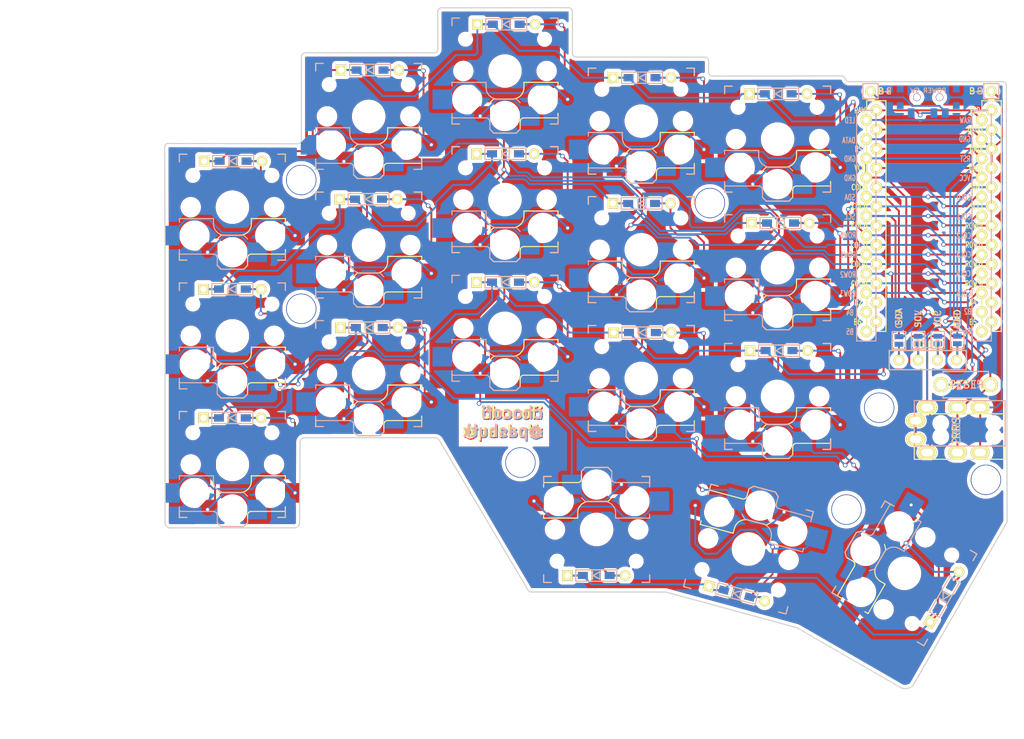
<source format=kicad_pcb>
(kicad_pcb (version 20211014) (generator pcbnew)
  (title_block (title "Corne Light") (date "2018-12-26") (rev "2.1") (company "foostan"))
  (layers (0 "F.Cu" signal) (31 "B.Cu" signal) (34 "B.Paste" user) (35 "F.Paste" user) (36 "B.SilkS" user "B.Silkscreen") (37 "F.SilkS" user "F.Silkscreen") (38 "B.Mask" user) (39 "F.Mask" user) (44 "Edge.Cuts" user))
  (net 0 "")
  (net 1 "row0")
  (net 2 "row1")
  (net 3 "Net-(D2-Pad2)")
  (net 4 "row2")
  (net 5 "Net-(D3-Pad2)")
  (net 6 "row3")
  (net 7 "Net-(D4-Pad2)")
  (net 8 "Net-(D5-Pad2)")
  (net 9 "Net-(D6-Pad2)")
  (net 10 "Net-(D8-Pad2)")
  (net 11 "Net-(D9-Pad2)")
  (net 12 "Net-(D10-Pad2)")
  (net 13 "Net-(D11-Pad2)")
  (net 14 "Net-(D12-Pad2)")
  (net 15 "Net-(D14-Pad2)")
  (net 16 "Net-(D15-Pad2)")
  (net 17 "Net-(D16-Pad2)")
  (net 18 "Net-(D17-Pad2)")
  (net 19 "Net-(D18-Pad2)")
  (net 20 "Net-(D19-Pad2)")
  (net 21 "Net-(D20-Pad2)")
  (net 22 "Net-(D21-Pad2)")
  (net 23 "GND")
  (net 24 "VCC")
  (net 25 "col0")
  (net 26 "col1")
  (net 27 "col2")
  (net 28 "col3")
  (net 29 "col4")
  (net 30 "col5")
  (net 31 "LED")
  (net 32 "data")
  (net 33 "reset")
  (net 34 "SCL")
  (net 35 "SDA")
  (net 36 "Net-(U1-Pad14)")
  (net 37 "Net-(U1-Pad13)")
  (net 38 "Net-(U1-Pad12)")
  (net 39 "Net-(U1-Pad11)")
  (net 40 "Net-(J1-PadA)")
  (net 41 "Net-(U1-Pad24)")
  (net 42 "bat+")
  (footprint "kbd:D3_TH_SMD" (layer "F.Cu") (at 86.0044 64.3128)
    (fp_text reference "D2" hide)
    (fp_text value "D" hide)
  )
  (footprint "kbd:D3_TH_SMD" (layer "F.Cu") (at 104.0892 52.2732)
    (fp_text reference "D3" hide)
    (fp_text value "D" hide)
  )
  (footprint "kbd:D3_TH_SMD" (layer "F.Cu") (at 122.0724 46.228)
    (fp_text reference "D4" hide)
    (fp_text value "D" hide)
  )
  (footprint "kbd:D3_TH_SMD" (layer "F.Cu") (at 140.0048 53.2892)
    (fp_text reference "D5" hide)
    (fp_text value "D" hide)
  )
  (footprint "kbd:D3_TH_SMD" (layer "F.Cu") (at 157.988 55.4228)
    (fp_text reference "D6" hide)
    (fp_text value "D" hide)
  )
  (footprint "kbd:D3_TH_SMD" (layer "F.Cu") (at 85.9028 81.2292)
    (fp_text reference "D8" hide)
    (fp_text value "D" hide)
  )
  (footprint "kbd:D3_TH_SMD" (layer "F.Cu") (at 103.886 69.342)
    (fp_text reference "D9" hide)
    (fp_text value "D" hide)
  )
  (footprint "kbd:D3_TH_SMD" (layer "F.Cu") (at 121.9708 63.3476)
    (fp_text reference "D10" hide)
    (fp_text value "D" hide)
  )
  (footprint "kbd:D3_TH_SMD" (layer "F.Cu") (at 139.954 69.9008)
    (fp_text reference "D11" hide)
    (fp_text value "D" hide)
  )
  (footprint "kbd:D3_TH_SMD" (layer "F.Cu") (at 158.2928 72.4916)
    (fp_text reference "D12" hide)
    (fp_text value "D" hide)
  )
  (footprint "kbd:D3_TH_SMD" (layer "F.Cu") (at 85.9028 98.2472)
    (fp_text reference "D14" hide)
    (fp_text value "D" hide)
  )
  (footprint "kbd:D3_TH_SMD" (layer "F.Cu") (at 103.9876 86.3092)
    (fp_text reference "D15" hide)
    (fp_text value "D" hide)
  )
  (footprint "kbd:D3_TH_SMD" (layer "F.Cu") (at 121.9708 80.3148)
    (fp_text reference "D16" hide)
    (fp_text value "D" hide)
  )
  (footprint "kbd:D3_TH_SMD" (layer "F.Cu") (at 140.0556 86.9696)
    (fp_text reference "D17" hide)
    (fp_text value "D" hide)
  )
  (footprint "kbd:D3_TH_SMD" (layer "F.Cu") (at 158.0896 89.3572)
    (fp_text reference "D18" hide)
    (fp_text value "D" hide)
  )
  (footprint "kbd:D3_TH_SMD" (layer "F.Cu") (at 133.9596 119.0752)
    (fp_text reference "D19" hide)
    (fp_text value "D" hide)
  )
  (footprint "kbd:D3_TH_SMD" (layer "F.Cu") (at 152.514282 121.460596 -15)
    (fp_text reference "D20" hide)
    (fp_text value "D" hide)
  )
  (footprint "kbd:D3_TH_SMD" (layer "F.Cu") (at 179.958166 121.895435 60)
    (fp_text reference "D21" hide)
    (fp_text value "D" hide)
  )
  (footprint "kbd:MJ-4PP-9" (layer "F.Cu") (at 187.96 100.711 -90)
    (fp_text reference "J1")
    (fp_text value "MJ-4PP-9" hide)
  )
  (footprint "keyswitches:Kailh_socket_PG1350_reversible" (layer "F.Cu") (at 85.91 70.4)
    (fp_text reference "SW2" hide)
    (fp_text value "SW_PUSH")
  )
  (footprint "keyswitches:Kailh_socket_PG1350_reversible" (layer "F.Cu") (at 103.91 58.4)
    (fp_text reference "SW3" hide)
    (fp_text value "SW_PUSH")
  )
  (footprint "keyswitches:Kailh_socket_PG1350_reversible" (layer "F.Cu") (at 121.91 52.4)
    (fp_text reference "SW4" hide)
    (fp_text value "SW_PUSH")
  )
  (footprint "keyswitches:Kailh_socket_PG1350_reversible" (layer "F.Cu") (at 139.91 59.02)
    (fp_text reference "SW5" hide)
    (fp_text value "SW_PUSH")
  )
  (footprint "keyswitches:Kailh_socket_PG1350_reversible" (layer "F.Cu") (at 157.91 61.4)
    (fp_text reference "SW6" hide)
    (fp_text value "SW_PUSH")
  )
  (footprint "keyswitches:Kailh_socket_PG1350_reversible" (layer "F.Cu") (at 85.91 87.4)
    (fp_text reference "SW8" hide)
    (fp_text value "SW_PUSH")
  )
  (footprint "keyswitches:Kailh_socket_PG1350_reversible" (layer "F.Cu") (at 103.91 75.4)
    (fp_text reference "SW9" hide)
    (fp_text value "SW_PUSH")
  )
  (footprint "keyswitches:Kailh_socket_PG1350_reversible" (layer "F.Cu") (at 121.91 69.4)
    (fp_text reference "SW10" hide)
    (fp_text value "SW_PUSH")
  )
  (footprint "keyswitches:Kailh_socket_PG1350_reversible" (layer "F.Cu") (at 139.91 76.02)
    (fp_text reference "SW11" hide)
    (fp_text value "SW_PUSH")
  )
  (footprint "keyswitches:Kailh_socket_PG1350_reversible" (layer "F.Cu") (at 157.91 78.4)
    (fp_text reference "SW12" hide)
    (fp_text value "SW_PUSH")
  )
  (footprint "keyswitches:Kailh_socket_PG1350_reversible" (layer "F.Cu") (at 85.91 104.4)
    (fp_text reference "SW14" hide)
    (fp_text value "SW_PUSH")
  )
  (footprint "keyswitches:Kailh_socket_PG1350_reversible" (layer "F.Cu") (at 103.91 92.4)
    (fp_text reference "SW15" hide)
    (fp_text value "SW_PUSH")
  )
  (footprint "keyswitches:Kailh_socket_PG1350_reversible" (layer "F.Cu") (at 121.91 86.4)
    (fp_text reference "SW16" hide)
    (fp_text value "SW_PUSH")
  )
  (footprint "keyswitches:Kailh_socket_PG1350_reversible" (layer "F.Cu") (at 139.91 93.025)
    (fp_text reference "SW17" hide)
    (fp_text value "SW_PUSH")
  )
  (footprint "keyswitches:Kailh_socket_PG1350_reversible" (layer "F.Cu") (at 157.91 95.4)
    (fp_text reference "SW18" hide)
    (fp_text value "SW_PUSH")
  )
  (footprint "keyswitches:Kailh_socket_PG1350_reversible" (layer "F.Cu") (at 134.01 112.99 180)
    (fp_text reference "SW19" hide)
    (fp_text value "SW_PUSH")
  )
  (footprint "keyswitches:Kailh_socket_PG1350_reversible" (layer "F.Cu") (at 154.06 115.58 165)
    (fp_text reference "SW20" hide)
    (fp_text value "SW_PUSH")
  )
  (footprint "keyswitches:Kailh_socket_PG1350_reversible" (layer "F.Cu") (at 174.66 118.79 -120)
    (fp_text reference "SW21" hide)
    (fp_text value "SW_PUSH")
  )
  (footprint "kbd:ProMicro_v2" (layer "F.Cu") (at 178.51 72.0784)
    (fp_text reference "U1" hide)
    (fp_text value "ProMicro" hide)
  )
  (footprint "foostan:Jumper" (layer "F.Cu") (at 179.07 87.9484 -90)
    (fp_text reference "JP65" hide)
    (fp_text value "VCC")
  )
  (footprint "foostan:OLED" (layer "F.Cu") (at 173.93 90.6084)
    (fp_text reference "J2")
    (fp_text value "OLED" hide)
  )
  (footprint "foostan:Jumper" (layer "F.Cu") (at 176.47 87.9684 -90)
    (fp_text reference "JP63" hide)
    (fp_text value "SCL")
  )
  (footprint "foostan:Jumper" (layer "F.Cu") (at 173.93 87.9984 -90)
    (fp_text reference "JP61" hide)
    (fp_text value " SDA")
  )
  (footprint "foostan:Jumper" (layer "F.Cu") (at 181.64 87.9388 -90)
    (fp_text reference "JP68" hide)
    (fp_text value "GND")
  )
  (footprint "kbd:ResetSW" (layer "F.Cu") (at 182.753 93.853)
    (fp_text reference "RSW1" hide)
    (fp_text value "Val**")
  )
  (footprint "kbd:LEGO_HOLE" (layer "F.Cu") (at 171.323 96.901)
    (fp_text reference "h2" hide)
    (fp_text value "h2")
  )
  (footprint "kbd:LEGO_HOLE" (layer "F.Cu") (at 185.42 106.426)
    (fp_text reference "H1" hide)
    (fp_text value "h1")
  )
  (footprint "kbd:LEGO_HOLE" (layer "F.Cu") (at 95 66.802)
    (fp_text reference "h6" hide)
    (fp_text value "h6")
  )
  (footprint "kbd:LEGO_HOLE" (layer "F.Cu") (at 148.971 69.85)
    (fp_text reference "h7" hide)
    (fp_text value "h7")
  )
  (footprint "kbd:LEGO_HOLE" (layer "F.Cu") (at 123.952 104.14)
    (fp_text reference "h4" hide)
    (fp_text value "h4")
  )
  (footprint "kbd:LEGO_HOLE" (layer "F.Cu") (at 167.005 110.363)
    (fp_text reference "h3" hide)
    (fp_text value "h3")
  )
  (footprint "kbd:LEGO_HOLE" (layer "F.Cu") (at 95 83.82)
    (fp_text reference "h5" hide)
    (fp_text value "h5")
  )
  (footprint "kbd:1pin_conn" (layer "F.Cu") (at 186.13 55.0604)
    (fp_text reference "B-")
    (fp_text value "MountingHole_Pad" hide)
  )
  (footprint "kbd:1pin_conn" (layer "F.Cu") (at 170.18 55.0604)
    (fp_text reference "B+")
    (fp_text value "MountingHole_Pad" hide)
  )
  (footprint "foostan:Jumper" (layer "B.Cu") (at 176.48 87.9784 -90)
    (fp_text reference "JP64" hide)
    (fp_text value "VCC")
  )
  (footprint "foostan:Jumper" (layer "B.Cu") (at 173.93 88.008 -90)
    (fp_text reference "JP62" hide)
    (fp_text value "GND")
  )
  (footprint "foostan:Jumper" (layer "B.Cu") (at 181.64 87.9284 -90)
    (fp_text reference "JP6" hide)
    (fp_text value " SDA")
  )
  (footprint "foostan:Jumper" (layer "B.Cu") (at 179.06 87.9484 -90)
    (fp_text reference "JP66" hide)
    (fp_text value "SCL")
  )
  (footprint "Kailh:SPDT_C128955" (layer "B.Cu") (at 177.8 55.88 180)
    (fp_text reference "POWER SW")
    (fp_text value "SW_SPDT")
  )
  (gr_line (start 187.62 53.805) (end 167.3304 53.81502) (layer "Edge.Cuts") (width 0.15))
  (gr_line (start 94.515447 62.020847) (end 77.4192 61.976) (layer "Edge.Cuts") (width 0.15))
  (gr_line (start 175.768 133.6548) (end 188.214 112.014) (layer "Edge.Cuts") (width 0.15))
  (gr_line (start 160.4772 125.984) (end 174.288668 133.9596) (layer "Edge.Cuts") (width 0.15))
  (gr_line (start 125.3744 121.240811) (end 143.1544 121.2596) (layer "Edge.Cuts") (width 0.15))
  (gr_arc (start 166.360498 53.055) (mid 166.676734 53.167708) (end 166.8504 53.45502) (layer "Edge.Cuts") (width 0.15))
  (gr_arc (start 167.3304 53.81502) (mid 167.0304 53.71502) (end 166.8504 53.45502) (layer "Edge.Cuts") (width 0.15))
  (gr_line (start 166.360498 53.055) (end 149.2932 53.06902) (layer "Edge.Cuts") (width 0.15))
  (gr_arc (start 95.015447 61.520847) (mid 94.869 61.8744) (end 94.515447 62.020847) (layer "Edge.Cuts") (width 0.15))
  (gr_arc (start 95.01712 50.50682) (mid 95.163567 50.153267) (end 95.51712 50.00682) (layer "Edge.Cuts") (width 0.15))
  (gr_line (start 130.31 44.0362) (end 113.53 44.049553) (layer "Edge.Cuts") (width 0.15))
  (gr_line (start 130.81 50.0534) (end 130.81 44.5362) (layer "Edge.Cuts") (width 0.15))
  (gr_line (start 148.2932 50.56902) (end 131.31 50.5534) (layer "Edge.Cuts") (width 0.15))
  (gr_line (start 148.7932 52.56902) (end 148.7932 51.06902) (layer "Edge.Cuts") (width 0.15))
  (gr_line (start 95.01712 50.50682) (end 95.015447 61.520847) (layer "Edge.Cuts") (width 0.15))
  (gr_line (start 112.54712 50.00682) (end 95.51712 50.00682) (layer "Edge.Cuts") (width 0.15))
  (gr_line (start 113.03 44.549553) (end 113.04712 49.50682) (layer "Edge.Cuts") (width 0.15))
  (gr_arc (start 113.04712 49.50682) (mid 112.900673 49.860373) (end 112.54712 50.00682) (layer "Edge.Cuts") (width 0.15))
  (gr_arc (start 113.03 44.549553) (mid 113.176447 44.196) (end 113.53 44.049553) (layer "Edge.Cuts") (width 0.15))
  (gr_arc (start 130.31 44.0362) (mid 130.663553 44.182647) (end 130.81 44.5362) (layer "Edge.Cuts") (width 0.15))
  (gr_arc (start 131.31 50.5534) (mid 130.956447 50.406953) (end 130.81 50.0534) (layer "Edge.Cuts") (width 0.15))
  (gr_arc (start 148.2932 50.56902) (mid 148.646753 50.715467) (end 148.7932 51.06902) (layer "Edge.Cuts") (width 0.15))
  (gr_arc (start 149.2932 53.06902) (mid 148.939647 52.922573) (end 148.7932 52.56902) (layer "Edge.Cuts") (width 0.15))
  (gr_arc (start 187.62 53.805) (mid 187.973553 53.951447) (end 188.12 54.305) (layer "Edge.Cuts") (width 0.15))
  (gr_line (start 95.4532 100.862652) (end 112.6236 100.862652) (layer "Edge.Cuts") (width 0.15))
  (gr_line (start 94.7928 110.744) (end 94.8436 101.472252) (layer "Edge.Cuts") (width 0.15))
  (gr_arc (start 112.6236 100.862652) (mid 113.02279 100.980057) (end 113.294857 101.294883) (layer "Edge.Cuts") (width 0.15))
  (gr_arc (start 125.3744 121.240811) (mid 125.184464 121.206306) (end 125.0188 121.1072) (layer "Edge.Cuts") (width 0.15))
  (gr_arc (start 175.768 133.6548) (mid 175.064863 133.984494) (end 174.288668 133.959599) (layer "Edge.Cuts") (width 0.15))
  (gr_line (start 77.0128 93.7768) (end 77.0128 110.744) (layer "Edge.Cuts") (width 0.15))
  (gr_line (start 76.962 62.4332) (end 77.0128 76.708) (layer "Edge.Cuts") (width 0.15))
  (gr_line (start 188.12 54.305) (end 188.214 112.014) (layer "Edge.Cuts") (width 0.15))
  (gr_line (start 94.7928 112.1156) (end 94.7928 110.744) (layer "Edge.Cuts") (width 0.15))
  (gr_arc (start 94.8436 101.472252) (mid 95.022148 101.0412) (end 95.4532 100.862652) (layer "Edge.Cuts") (width 0.15))
  (gr_arc (start 94.7928 112.1156) (mid 94.599373 112.582573) (end 94.1324 112.776) (layer "Edge.Cuts") (width 0.15))
  (gr_line (start 77.0128 112.1156) (end 77.0128 110.744) (layer "Edge.Cuts") (width 0.15))
  (gr_line (start 77.0128 76.708) (end 77.0128 93.7768) (layer "Edge.Cuts") (width 0.15))
  (gr_line (start 113.294857 101.294883) (end 125.0188 121.1072) (layer "Edge.Cuts") (width 0.15))
  (gr_arc (start 76.962 62.4332) (mid 77.095911 62.109911) (end 77.4192 61.976) (layer "Edge.Cuts") (width 0.15))
  (gr_line (start 77.6732 112.776) (end 94.1324 112.776) (layer "Edge.Cuts") (width 0.15))
  (gr_line (start 143.1544 121.2596) (end 160.4772 125.984) (layer "Edge.Cuts") (width 0.15))
  (gr_arc (start 77.6732 112.776) (mid 77.206227 112.582573) (end 77.0128 112.1156) (layer "Edge.Cuts") (width 0.15))
  (gr_text "chocofi\n@pashutk" (at 127.24 98.89) (layer "F.Cu") (effects (font (size 1.5 1.5) (thickness 0.3)) (justify right)))
  (gr_text "chocofi\n@pashutk" (at 127.25 98.89) (layer "B.Cu") (effects (font (size 1.5 1.5) (thickness 0.3)) (justify left mirror)))
  (gr_text "chocofi\n@pashutk" (at 127.13 98.75) (layer "B.SilkS") (effects (font (size 1.5 1.5) (thickness 0.3)) (justify left mirror)))
  (gr_text "chocofi\n@pashutk" (at 127.12 98.75) (layer "F.SilkS") (effects (font (size 1.5 1.5) (thickness 0.3)) (justify right)))
  (segment (start 96.52 53.6448) (end 97.8916 52.2732) (width 0.25) (layer "F.Cu") (net 1))
  (segment (start 118.2624 46.228) (end 120.2974 46.228) (width 0.25) (layer "F.Cu") (net 1))
  (segment (start 154.178 55.4228) (end 156.213 55.4228) (width 0.25) (layer "F.Cu") (net 1))
  (segment (start 138.2298 53.2892) (end 136.1948 53.2892) (width 0.25) (layer "F.Cu") (net 1))
  (segment (start 85.5502 62.992) (end 84.2294 64.3128) (width 0.25) (layer "F.Cu") (net 1))
  (segment (start 167.894 56.515) (end 168.0972 56.7182) (width 0.25) (layer "F.Cu") (net 1))
  (segment (start 183.598 72.8404) (end 182.328 74.1104) (width 0.25) (layer "F.Cu") (net 1))
  (segment (start 168.0972 72.5876) (end 169.62 74.1104) (width 0.25) (layer "F.Cu") (net 1))
  (segment (start 102.3142 52.2732) (end 100.2792 52.2732) (width 0.25) (layer "F.Cu") (net 1))
  (segment (start 96.52 53.6448) (end 96.52 61.849) (width 0.25) (layer "F.Cu") (net 1))
  (segment (start 95.377 62.992) (end 85.5502 62.992) (width 0.25) (layer "F.Cu") (net 1))
  (segment (start 97.8916 52.2732) (end 100.2792 52.2732) (width 0.25) (layer "F.Cu") (net 1))
  (segment (start 96.52 61.849) (end 95.377 62.992) (width 0.25) (layer "F.Cu") (net 1))
  (segment (start 186.1664 72.8404) (end 183.598 72.8404) (width 0.25) (layer "F.Cu") (net 1))
  (segment (start 168.0972 56.7182) (end 168.0972 72.5876) (width 0.25) (layer "F.Cu") (net 1))
  (segment (start 84.2294 64.3128) (end 82.1944 64.3128) (width 0.25) (layer "F.Cu") (net 1))
  (segment (start 182.328 74.1104) (end 177.8 74.1104) (width 0.25) (layer "F.Cu") (net 1))
  (via (at 177.8 74.1104) (size 0.6) (drill 0.4) (layers "F.Cu" "B.Cu") (net 1))
  (via (at 167.894 56.515) (size 0.6) (drill 0.4) (layers "F.Cu" "B.Cu") (net 1))
  (segment (start 102.3142 52.2732) (end 100.2792 52.2732) (width 0.25) (layer "B.Cu") (net 1))
  (segment (start 128.7272 49.7332) (end 132.2832 53.2892) (width 0.25) (layer "B.Cu") (net 1))
  (segment (start 140.8714 55.9308) (end 138.2298 53.2892) (width 0.25) (layer "B.Cu") (net 1))
  (segment (start 152.7215 55.9308) (end 140.8714 55.9308) (width 0.25) (layer "B.Cu") (net 1))
  (segment (start 159.8452 59.055) (end 156.213 55.4228) (width 0.25) (layer "B.Cu") (net 1))
  (segment (start 120.2974 46.228) (end 118.2624 46.228) (width 0.25) (layer "B.Cu") (net 1))
  (segment (start 153.2295 55.4228) (end 152.7215 55.9308) (width 0.25) (layer "B.Cu") (net 1))
  (segment (start 165.354 59.055) (end 159.8452 59.055) (width 0.25) (layer "B.Cu") (net 1))
  (segment (start 118.2624 46.228) (end 118.2624 50.0126) (width 0.25) (layer "B.Cu") (net 1))
  (segment (start 123.8026 49.7332) (end 128.7272 49.7332) (width 0.25) (layer "B.Cu") (net 1))
  (segment (start 154.178 55.4228) (end 153.2295 55.4228) (width 0.25) (layer "B.Cu") (net 1))
  (segment (start 84.2294 64.3128) (end 82.1944 64.3128) (width 0.25) (layer "B.Cu") (net 1))
  (segment (start 118.2624 50.0126) (end 117.983 50.292) (width 0.25) (layer "B.Cu") (net 1))
  (segment (start 132.2832 53.2892) (end 136.1948 53.2892) (width 0.25) (layer "B.Cu") (net 1))
  (segment (start 105.7686 55.7276) (end 102.3142 52.2732) (width 0.25) (layer "B.Cu") (net 1))
  (segment (start 169.62 74.1104) (end 177.8 74.1104) (width 0.25) (layer "B.Cu") (net 1))
  (segment (start 138.2298 53.2892) (end 136.1948 53.2892) (width 0.25) (layer "B.Cu") (net 1))
  (segment (start 117.983 50.292) (end 115.443 50.292) (width 0.25) (layer "B.Cu") (net 1))
  (segment (start 110.0074 55.7276) (end 105.7686 55.7276) (width 0.25) (layer "B.Cu") (net 1))
  (segment (start 115.443 50.292) (end 110.0074 55.7276) (width 0.25) (layer "B.Cu") (net 1))
  (segment (start 156.213 55.4228) (end 154.178 55.4228) (width 0.25) (layer "B.Cu") (net 1))
  (segment (start 120.2974 46.228) (end 123.8026 49.7332) (width 0.25) (layer "B.Cu") (net 1))
  (segment (start 167.894 56.515) (end 165.354 59.055) (width 0.25) (layer "B.Cu") (net 1))
  (segment (start 186.1664 75.3804) (end 183.852 75.3804) (width 0.25) (layer "F.Cu") (net 2))
  (segment (start 182.582 76.6504) (end 177.8 76.6504) (width 0.25) (layer "F.Cu") (net 2))
  (segment (start 138.179 69.9008) (end 136.144 69.9008) (width 0.25) (layer "F.Cu") (net 2))
  (segment (start 183.852 75.3804) (end 182.582 76.6504) (width 0.25) (layer "F.Cu") (net 2))
  (segment (start 102.111 69.342) (end 100.076 69.342) (width 0.25) (layer "F.Cu") (net 2))
  (segment (start 120.1958 63.3476) (end 118.1608 63.3476) (width 0.25) (layer "F.Cu") (net 2))
  (segment (start 84.1278 81.2292) (end 82.0928 81.2292) (width 0.25) (layer "F.Cu") (net 2))
  (segment (start 156.5178 72.4916) (end 154.4828 72.4916) (width 0.25) (layer "F.Cu") (net 2))
  (via (at 177.8 76.6504) (size 0.6) (drill 0.4) (layers "F.Cu" "B.Cu") (net 2))
  (segment (start 164.071887 76.110969) (end 164.668918 76.708) (width 0.25) (layer "B.Cu") (net 2))
  (segment (start 138.179 69.9008) (end 136.144 69.9008) (width 0.25) (layer "B.Cu") (net 2))
  (segment (start 115.062 67.4624) (end 112.776 69.7484) (width 0.25) (layer "B.Cu") (net 2))
  (segment (start 120.1958 63.3476) (end 120.1958 64.6146) (width 0.25) (layer "B.Cu") (net 2))
  (segment (start 169.62 76.6504) (end 177.8 76.6504) (width 0.25) (layer "B.Cu") (net 2))
  (segment (start 86.5662 78.7908) (end 91.8464 78.7908) (width 0.25) (layer "B.Cu") (net 2))
  (segment (start 160.137169 76.110969) (end 164.071887 76.110969) (width 0.25) (layer "B.Cu") (net 2))
  (segment (start 100.076 72.644) (end 100.076 69.342) (width 0.25) (layer "B.Cu") (net 2))
  (segment (start 102.111 69.342) (end 100.076 69.342) (width 0.25) (layer "B.Cu") (net 2))
  (segment (start 121.7168 66.7004) (end 119.9134 64.897) (width 0.25) (layer "B.Cu") (net 2))
  (segment (start 97.3836 73.2536) (end 99.4664 73.2536) (width 0.25) (layer "B.Cu") (net 2))
  (segment (start 112.776 69.7484) (end 112.776 70.358) (width 0.25) (layer "B.Cu") (net 2))
  (segment (start 154.4828 72.4916) (end 152.5524 72.4916) (width 0.25) (layer "B.Cu") (net 2))
  (segment (start 110.236 72.898) (end 105.667 72.898) (width 0.25) (layer "B.Cu") (net 2))
  (segment (start 133.59632 67.35312) (end 125.16352 67.35312) (width 0.25) (layer "B.Cu") (net 2))
  (segment (start 84.1278 81.2292) (end 86.5662 78.7908) (width 0.25) (layer "B.Cu") (net 2))
  (segment (start 136.144 69.9008) (end 133.59632 67.35312) (width 0.25) (layer "B.Cu") (net 2))
  (segment (start 119.9134 64.897) (end 117.348 67.4624) (width 0.25) (layer "B.Cu") (net 2))
  (segment (start 151.07152 73.97248) (end 142.25068 73.97248) (width 0.25) (layer "B.Cu") (net 2))
  (segment (start 112.776 70.358) (end 110.236 72.898) (width 0.25) (layer "B.Cu") (net 2))
  (segment (start 120.1958 64.6146) (end 119.9134 64.897) (width 0.25) (layer "B.Cu") (net 2))
  (segment (start 105.667 72.898) (end 102.111 69.342) (width 0.25) (layer "B.Cu") (net 2))
  (segment (start 99.4664 73.2536) (end 100.076 72.644) (width 0.25) (layer "B.Cu") (net 2))
  (segment (start 169.5624 76.708) (end 169.62 76.6504) (width 0.25) (layer "B.Cu") (net 2))
  (segment (start 91.8464 78.7908) (end 97.3836 73.2536) (width 0.25) (layer "B.Cu") (net 2))
  (segment (start 156.5178 72.4916) (end 154.4828 72.4916) (width 0.25) (layer "B.Cu") (net 2))
  (segment (start 125.16352 67.35312) (end 124.5108 66.7004) (width 0.25) (layer "B.Cu") (net 2))
  (segment (start 142.25068 73.97248) (end 138.179 69.9008) (width 0.25) (layer "B.Cu") (net 2))
  (segment (start 120.1958 63.3476) (end 118.1608 63.3476) (width 0.25) (layer "B.Cu") (net 2))
  (segment (start 124.5108 66.7004) (end 121.7168 66.7004) (width 0.25) (layer "B.Cu") (net 2))
  (segment (start 152.5524 72.4916) (end 151.07152 73.97248) (width 0.25) (layer "B.Cu") (net 2))
  (segment (start 84.1278 81.2292) (end 82.0928 81.2292) (width 0.25) (layer "B.Cu") (net 2))
  (segment (start 156.5178 72.4916) (end 160.137169 76.110969) (width 0.25) (layer "B.Cu") (net 2))
  (segment (start 117.348 67.4624) (end 115.062 67.4624) (width 0.25) (layer "B.Cu") (net 2))
  (segment (start 164.668918 76.708) (end 169.5624 76.708) (width 0.25) (layer "B.Cu") (net 2))
  (segment (start 89.662 66.294) (end 89.662 64.4652) (width 0.25) (layer "F.Cu") (net 3))
  (segment (start 93.726 70.358) (end 89.662 66.294) (width 0.25) (layer "F.Cu") (net 3))
  (segment (start 93.726 73.691) (end 93.726 70.358) (width 0.25) (layer "F.Cu") (net 3))
  (segment (start 94.185 74.15) (end 93.726 73.691) (width 0.25) (layer "F.Cu") (net 3))
  (segment (start 89.662 64.4652) (end 89.8144 64.3128) (width 0.25) (layer "F.Cu") (net 3))
  (segment (start 87.7794 64.3128) (end 89.8144 64.3128) (width 0.25) (layer "F.Cu") (net 3))
  (via (at 94.185 74.15) (size 0.6) (drill 0.4) (layers "F.Cu" "B.Cu") (net 3))
  (segment (start 89.7636 72.0852) (end 92.1202 72.0852) (width 0.25) (layer "B.Cu") (net 3))
  (segment (start 77.635 74.15) (end 79.7506 72.0344) (width 0.25) (layer "B.Cu") (net 3))
  (segment (start 88.07952 73.76928) (end 89.7636 72.0852) (width 0.25) (layer "B.Cu") (net 3))
  (segment (start 82.845123 72.0344) (end 84.580003 73.76928) (width 0.25) (layer "B.Cu") (net 3))
  (segment (start 84.580003 73.76928) (end 88.07952 73.76928) (width 0.25) (layer "B.Cu") (net 3))
  (segment (start 79.7506 72.0344) (end 82.845123 72.0344) (width 0.25) (layer "B.Cu") (net 3))
  (segment (start 87.7794 64.3128) (end 89.8144 64.3128) (width 0.25) (layer "B.Cu") (net 3))
  (segment (start 92.1202 72.0852) (end 94.185 74.15) (width 0.25) (layer "B.Cu") (net 3))
  (segment (start 156.3146 89.3572) (end 154.2796 89.3572) (width 0.25) (layer "F.Cu") (net 4))
  (segment (start 173.03047 79.36538) (end 172.85549 79.1904) (width 0.25) (layer "F.Cu") (net 4))
  (segment (start 182.836 79.1904) (end 177.8 79.1904) (width 0.25) (layer "F.Cu") (net 4))
  (segment (start 171.9072 87.025482) (end 173.03047 85.902212) (width 0.25) (layer "F.Cu") (net 4))
  (segment (start 84.1278 98.2472) (end 82.0928 98.2472) (width 0.25) (layer "F.Cu") (net 4))
  (segment (start 184.106 77.9204) (end 182.836 79.1904) (width 0.25) (layer "F.Cu") (net 4))
  (segment (start 138.2806 86.9696) (end 136.2456 86.9696) (width 0.25) (layer "F.Cu") (net 4))
  (segment (start 171.9072 92.456) (end 171.9072 87.025482) (width 0.25) (layer "F.Cu") (net 4))
  (segment (start 186.1664 77.9204) (end 184.106 77.9204) (width 0.25) (layer "F.Cu") (net 4))
  (segment (start 120.1958 80.3148) (end 118.1608 80.3148) (width 0.25) (layer "F.Cu") (net 4))
  (segment (start 173.03047 85.902212) (end 173.03047 79.36538) (width 0.25) (layer "F.Cu") (net 4))
  (segment (start 102.2126 86.3092) (end 100.1776 86.3092) (width 0.25) (layer "F.Cu") (net 4))
  (via (at 171.9072 92.456) (size 0.6) (drill 0.4) (layers "F.Cu" "B.Cu") (net 4))
  (via (at 172.85549 79.1904) (size 0.6) (drill 0.4) (layers "F.Cu" "B.Cu") (net 4))
  (via (at 177.8 79.1904) (size 0.6) (drill 0.4) (layers "F.Cu" "B.Cu") (net 4))
  (segment (start 97.0788 90.0176) (end 92.456 94.6404) (width 0.25) (layer "B.Cu") (net 4))
  (segment (start 102.2126 87.7794) (end 99.9744 90.0176) (width 0.25) (layer "B.Cu") (net 4))
  (segment (start 138.2806 86.9696) (end 136.2456 86.9696) (width 0.25) (layer "B.Cu") (net 4))
  (segment (start 92.456 94.6404) (end 92.456 96.0628) (width 0.25) (layer "B.Cu") (net 4))
  (segment (start 130.4544 86.9696) (end 126.9492 83.4644) (width 0.25) (layer "B.Cu") (net 4))
  (segment (start 123.3454 83.4644) (end 120.1958 80.3148) (width 0.25) (layer "B.Cu") (net 4))
  (segment (start 102.2126 86.3092) (end 102.2126 87.7794) (width 0.25) (layer "B.Cu") (net 4))
  (segment (start 159.4134 92.456) (end 171.9072 92.456) (width 0.25) (layer "B.Cu") (net 4))
  (segment (start 145.9992 90.3732) (end 141.6842 90.3732) (width 0.25) (layer "B.Cu") (net 4))
  (segment (start 109.8296 90.1192) (end 106.0226 90.1192) (width 0.25) (layer "B.Cu") (net 4))
  (segment (start 85.5502 96.8248) (end 84.1278 98.2472) (width 0.25) (layer "B.Cu") (net 4))
  (segment (start 120.1958 80.3148) (end 118.1608 80.3148) (width 0.25) (layer "B.Cu") (net 4))
  (segment (start 141.6842 90.3732) (end 138.2806 86.9696) (width 0.25) (layer "B.Cu") (net 4))
  (segment (start 120.1958 82.6486) (end 118.3132 84.5312) (width 0.25) (layer "B.Cu") (net 4))
  (segment (start 99.9744 90.0176) (end 97.0788 90.0176) (width 0.25) (layer "B.Cu") (net 4))
  (segment (start 92.456 96.0628) (end 91.694 96.8248) (width 0.25) (layer "B.Cu") (net 4))
  (segment (start 84.1278 98.2472) (end 82.0928 98.2472) (width 0.25) (layer "B.Cu") (net 4))
  (segment (start 91.694 96.8248) (end 85.5502 96.8248) (width 0.25) (layer "B.Cu") (net 4))
  (segment (start 115.4176 84.5312) (end 109.8296 90.1192) (width 0.25) (layer "B.Cu") (net 4))
  (segment (start 169.62 79.1904) (end 177.8 79.1904) (width 0.25) (layer "B.Cu") (net 4))
  (segment (start 118.3132 84.5312) (end 115.4176 84.5312) (width 0.25) (layer "B.Cu") (net 4))
  (segment (start 156.3146 89.3572) (end 154.2796 89.3572) (width 0.25) (layer "B.Cu") (net 4))
  (segment (start 136.2456 86.9696) (end 130.4544 86.9696) (width 0.25) (layer "B.Cu") (net 4))
  (segment (start 156.3146 89.3572) (end 159.4134 92.456) (width 0.25) (layer "B.Cu") (net 4))
  (segment (start 120.1958 80.3148) (end 120.1958 82.6486) (width 0.25) (layer "B.Cu") (net 4))
  (segment (start 147.0152 89.3572) (end 145.9992 90.3732) (width 0.25) (layer "B.Cu") (net 4))
  (segment (start 154.2796 89.3572) (end 147.0152 89.3572) (width 0.25) (layer "B.Cu") (net 4))
  (segment (start 102.2126 86.3092) (end 100.1776 86.3092) (width 0.25) (layer "B.Cu") (net 4))
  (segment (start 126.9492 83.4644) (end 123.3454 83.4644) (width 0.25) (layer "B.Cu") (net 4))
  (segment (start 106.0226 90.1192) (end 102.2126 86.3092) (width 0.25) (layer "B.Cu") (net 4))
  (segment (start 111.1504 61.1154) (end 112.185 62.15) (width 0.25) (layer "F.Cu") (net 5))
  (segment (start 105.8642 52.2732) (end 107.8992 52.2732) (width 0.25) (layer "F.Cu") (net 5))
  (segment (start 111.1504 52.3748) (end 111.1504 61.1154) (width 0.25) (layer "F.Cu") (net 5))
  (via (at 112.185 62.15) (size 0.6) (drill 0.4) (layers "F.Cu" "B.Cu") (net 5))
  (via (at 111.1504 52.3748) (size 0.6) (drill 0.4) (layers "F.Cu" "B.Cu") (net 5))
  (segment (start 101.266257 61.3664) (end 106.8832 61.3664) (width 0.25) (layer "B.Cu") (net 5))
  (segment (start 106.8832 61.3664) (end 108.1024 60.1472) (width 0.25) (layer "B.Cu") (net 5))
  (segment (start 105.8642 52.2732) (end 107.8992 52.2732) (width 0.25) (layer "B.Cu") (net 5))
  (segment (start 107.8992 52.2732) (end 111.0488 52.2732) (width 0.25) (layer "B.Cu") (net 5))
  (segment (start 97.6378 60.1472) (end 100.047057 60.1472) (width 0.25) (layer "B.Cu") (net 5))
  (segment (start 95.635 62.15) (end 97.6378 60.1472) (width 0.25) (layer "B.Cu") (net 5))
  (segment (start 110.1822 60.1472) (end 112.185 62.15) (width 0.25) (layer "B.Cu") (net 5))
  (segment (start 100.047057 60.1472) (end 101.266257 61.3664) (width 0.25) (layer "B.Cu") (net 5))
  (segment (start 108.1024 60.1472) (end 110.1822 60.1472) (width 0.25) (layer "B.Cu") (net 5))
  (segment (start 111.0488 52.2732) (end 111.1504 52.3748) (width 0.25) (layer "B.Cu") (net 5))
  (segment (start 185.983401 80.643399) (end 186.1664 80.4604) (width 0.25) (layer "F.Cu") (net 6))
  (segment (start 183.923001 80.643399) (end 185.983401 80.643399) (width 0.25) (layer "F.Cu") (net 6))
  (segment (start 177.8 81.7304) (end 182.836 81.7304) (width 0.25) (layer "F.Cu") (net 6))
  (segment (start 180.975 101.092) (end 179.7812 102.2858) (width 0.25) (layer "F.Cu") (net 6))
  (segment (start 180.975 98.679) (end 180.975 101.092) (width 0.25) (layer "F.Cu") (net 6))
  (segment (start 179.7812 102.2858) (end 179.7812 112.776) (width 0.25) (layer "F.Cu") (net 6))
  (segment (start 179.8828 95.9612) (end 179.8828 97.5868) (width 0.25) (layer "F.Cu") (net 6))
  (segment (start 150.799764 121.001192) (end 149.360802 121.001192) (width 0.25) (layer "F.Cu") (net 6))
  (segment (start 179.7812 112.776) (end 179.197 113.3602) (width 0.25) (layer "F.Cu") (net 6))
  (segment (start 182.836 81.7304) (end 183.923001 80.643399) (width 0.25) (layer "F.Cu") (net 6))
  (segment (start 179.070666 124.177492) (end 178.053166 125.194992) (width 0.25) (layer "F.Cu") (net 6))
  (segment (start 179.197 119.634) (end 179.070666 119.760334) (width 0.25) (layer "F.Cu") (net 6))
  (segment (start 179.197 113.3602) (end 179.197 119.634) (width 0.25) (layer "F.Cu") (net 6))
  (segment (start 149.360802 121.001192) (end 148.834105 120.474495) (width 0.25) (layer "F.Cu") (net 6))
  (segment (start 183.642 92.202) (end 179.8828 95.9612) (width 0.25) (layer "F.Cu") (net 6))
  (segment (start 179.070666 123.43263) (end 179.070666 124.177492) (width 0.25) (layer "F.Cu") (net 6))
  (segment (start 179.8828 97.5868) (end 180.975 98.679) (width 0.25) (layer "F.Cu") (net 6))
  (segment (start 132.1846 119.0752) (end 130.1496 119.0752) (width 0.25) (layer "F.Cu") (net 6))
  (segment (start 179.070666 119.760334) (end 179.070666 123.43263) (width 0.25) (layer "F.Cu") (net 6))
  (segment (start 183.642 91.186) (end 183.642 92.202) (width 0.25) (layer "F.Cu") (net 6))
  (via (at 183.0324 81.534) (size 0.6) (drill 0.4) (layers "F.Cu" "B.Cu") (net 6))
  (via (at 177.8 81.7304) (size 0.6) (drill 0.4) (layers "F.Cu" "B.Cu") (net 6))
  (via (at 183.642 91.186) (size 0.6) (drill 0.4) (layers "F.Cu" "B.Cu") (net 6))
  (segment (start 133.353 120.2436) (end 132.1846 119.0752) (width 0.25) (layer "B.Cu") (net 6))
  (segment (start 178.053166 124.45013) (end 179.070666 123.43263) (width 0.25) (layer "B.Cu") (net 6))
  (segment (start 152.420956 119.38) (end 163.068 119.38) (width 0.25) (layer "B.Cu") (net 6))
  (segment (start 169.62 81.7304) (end 177.8 81.7304) (width 0.25) (layer "B.Cu") (net 6))
  (segment (start 176.403 126.873) (end 178.053166 125.222834) (width 0.25) (layer "B.Cu") (net 6))
  (segment (start 183.5912 91.1352) (end 183.642 91.186) (width 0.25) (layer "B.Cu") (net 6))
  (segment (start 150.799764 121.001192) (end 149.360802 121.001192) (width 0.25) (layer "B.Cu") (net 6))
  (segment (start 183.0324 86.2584) (end 183.5912 86.8172) (width 0.25) (layer "B.Cu") (net 6))
  (segment (start 170.561 126.873) (end 176.403 126.873) (width 0.25) (layer "B.Cu") (net 6))
  (segment (start 178.053166 125.194992) (end 178.053166 124.45013) (width 0.25) (layer "B.Cu") (net 6))
  (segment (start 150.799764 121.001192) (end 152.420956 119.38) (width 0.25) (layer "B.Cu") (net 6))
  (segment (start 149.360802 121.001192) (end 148.834105 120.474495) (width 0.25) (layer "B.Cu") (net 6))
  (segment (start 148.834105 120.474495) (end 148.60321 120.2436) (width 0.25) (layer "B.Cu") (net 6))
  (segment (start 148.60321 120.2436) (end 133.353 120.2436) (width 0.25) (layer "B.Cu") (net 6))
  (segment (start 132.1846 119.0752) (end 130.1496 119.0752) (width 0.25) (layer "B.Cu") (net 6))
  (segment (start 163.068 119.38) (end 170.561 126.873) (width 0.25) (layer "B.Cu") (net 6))
  (segment (start 183.0324 81.534) (end 183.0324 86.2584) (width 0.25) (layer "B.Cu") (net 6))
  (segment (start 178.053166 125.222834) (end 178.053166 125.194992) (width 0.25) (layer "B.Cu") (net 6))
  (segment (start 183.5912 86.8172) (end 183.5912 91.1352) (width 0.25) (layer "B.Cu") (net 6))
  (segment (start 129.794 46.736) (end 129.794 55.759) (width 0.25) (layer "F.Cu") (net 7))
  (segment (start 129.794 55.759) (end 130.185 56.15) (width 0.25) (layer "F.Cu") (net 7))
  (segment (start 129.3876 46.3296) (end 129.794 46.736) (width 0.25) (layer "F.Cu") (net 7))
  (segment (start 123.8474 46.228) (end 125.8824 46.228) (width 0.25) (layer "F.Cu") (net 7))
  (via (at 129.3876 46.3296) (size 0.6) (drill 0.4) (layers "F.Cu" "B.Cu") (net 7))
  (via (at 130.185 56.15) (size 0.6) (drill 0.4) (layers "F.Cu" "B.Cu") (net 7))
  (segment (start 113.635 56.15) (end 115.683 54.102) (width 0.25) (layer "B.Cu") (net 7))
  (segment (start 117.7544 54.102) (end 118.9736 55.3212) (width 0.25) (layer "B.Cu") (net 7))
  (segment (start 129.3876 46.3296) (end 129.286 46.228) (width 0.25) (layer "B.Cu") (net 7))
  (segment (start 115.683 54.102) (end 117.7544 54.102) (width 0.25) (layer "B.Cu") (net 7))
  (segment (start 125.7808 54.2036) (end 128.2386 54.2036) (width 0.25) (layer "B.Cu") (net 7))
  (segment (start 118.9736 55.3212) (end 124.6632 55.3212) (width 0.25) (layer "B.Cu") (net 7))
  (segment (start 124.6632 55.3212) (end 125.7808 54.2036) (width 0.25) (layer "B.Cu") (net 7))
  (segment (start 125.8824 46.228) (end 123.8474 46.228) (width 0.25) (layer "B.Cu") (net 7))
  (segment (start 128.2386 54.2036) (end 130.185 56.15) (width 0.25) (layer "B.Cu") (net 7))
  (segment (start 129.286 46.228) (end 125.8824 46.228) (width 0.25) (layer "B.Cu") (net 7))
  (segment (start 148.185 53.5954) (end 148.185 62.77) (width 0.25) (layer "F.Cu") (net 8))
  (segment (start 148.0312 53.4416) (end 148.185 53.5954) (width 0.25) (layer "F.Cu") (net 8))
  (segment (start 141.7798 53.2892) (end 143.8148 53.2892) (width 0.25) (layer "F.Cu") (net 8))
  (via (at 148.0312 53.4416) (size 0.6) (drill 0.4) (layers "F.Cu" "B.Cu") (net 8))
  (via (at 148.185 62.77) (size 0.6) (drill 0.4) (layers "F.Cu" "B.Cu") (net 8))
  (segment (start 147.8788 53.2892) (end 148.0312 53.4416) (width 0.25) (layer "B.Cu") (net 8))
  (segment (start 142.1384 62.3824) (end 143.8148 60.706) (width 0.25) (layer "B.Cu") (net 8))
  (segment (start 143.8148 60.706) (end 146.121 60.706) (width 0.25) (layer "B.Cu") (net 8))
  (segment (start 133.699 60.706) (end 136.0424 60.706) (width 0.25) (layer "B.Cu") (net 8))
  (segment (start 143.8148 53.2892) (end 147.8788 53.2892) (width 0.25) (layer "B.Cu") (net 8))
  (segment (start 137.7188 62.3824) (end 142.1384 62.3824) (width 0.25) (layer "B.Cu") (net 8))
  (segment (start 131.635 62.77) (end 133.699 60.706) (width 0.25) (layer "B.Cu") (net 8))
  (segment (start 136.0424 60.706) (end 137.7188 62.3824) (width 0.25) (layer "B.Cu") (net 8))
  (segment (start 146.121 60.706) (end 148.185 62.77) (width 0.25) (layer "B.Cu") (net 8))
  (segment (start 141.7798 53.2892) (end 143.8148 53.2892) (width 0.25) (layer "B.Cu") (net 8))
  (segment (start 166.185 55.5934) (end 166.116 55.5244) (width 0.25) (layer "F.Cu") (net 9))
  (segment (start 159.763 55.4228) (end 161.798 55.4228) (width 0.25) (layer "F.Cu") (net 9))
  (segment (start 166.185 65.15) (end 166.185 55.5934) (width 0.25) (layer "F.Cu") (net 9))
  (via (at 166.116 55.5244) (size 0.6) (drill 0.4) (layers "F.Cu" "B.Cu") (net 9))
  (via (at 166.185 65.15) (size 0.6) (drill 0.4) (layers "F.Cu" "B.Cu") (net 9))
  (segment (start 160.6296 62.8904) (end 163.9254 62.8904) (width 0.25) (layer "B.Cu") (net 9))
  (segment (start 151.6914 63.0936) (end 155.956 63.0936) (width 0.25) (layer "B.Cu") (net 9))
  (segment (start 155.956 63.0936) (end 156.7688 63.9064) (width 0.25) (layer "B.Cu") (net 9))
  (segment (start 166.0144 55.4228) (end 161.798 55.4228) (width 0.25) (layer "B.Cu") (net 9))
  (segment (start 166.116 55.5244) (end 166.0144 55.4228) (width 0.25) (layer "B.Cu") (net 9))
  (segment (start 156.7688 63.9064) (end 159.6136 63.9064) (width 0.25) (layer "B.Cu") (net 9))
  (segment (start 159.6136 63.9064) (end 160.6296 62.8904) (width 0.25) (layer "B.Cu") (net 9))
  (segment (start 163.9254 62.8904) (end 166.185 65.15) (width 0.25) (layer "B.Cu") (net 9))
  (segment (start 161.798 55.4228) (end 159.763 55.4228) (width 0.25) (layer "B.Cu") (net 9))
  (segment (start 149.635 65.15) (end 151.6914 63.0936) (width 0.25) (layer "B.Cu") (net 9))
  (segment (start 87.6778 81.2292) (end 89.7128 81.2292) (width 0.25) (layer "F.Cu") (net 10))
  (segment (start 94.185 87.708) (end 94.185 91.15) (width 0.25) (layer "F.Cu") (net 10))
  (segment (start 90.932 84.455) (end 94.185 87.708) (width 0.25) (layer "F.Cu") (net 10))
  (segment (start 89.662 84.455) (end 90.932 84.455) (width 0.25) (layer "F.Cu") (net 10))
  (via (at 94.185 91.15) (size 0.6) (drill 0.4) (layers "F.Cu" "B.Cu") (net 10))
  (via (at 89.662 84.455) (size 0.6) (drill 0.4) (layers "F.Cu" "B.Cu") (net 10))
  (segment (start 79.7326 89.0524) (end 82.1436 89.0524) (width 0.25) (layer "B.Cu") (net 10))
  (segment (start 87.6778 81.2292) (end 89.7128 81.2292) (width 0.25) (layer "B.Cu") (net 10))
  (segment (start 83.7692 90.678) (end 88.138 90.678) (width 0.25) (layer "B.Cu") (net 10))
  (segment (start 89.860511 88.955489) (end 91.990489 88.955489) (width 0.25) (layer "B.Cu") (net 10))
  (segment (start 91.990489 88.955489) (end 94.185 91.15) (width 0.25) (layer "B.Cu") (net 10))
  (segment (start 82.1436 89.0524) (end 83.7692 90.678) (width 0.25) (layer "B.Cu") (net 10))
  (segment (start 89.662 81.28) (end 89.7128 81.2292) (width 0.25) (layer "B.Cu") (net 10))
  (segment (start 77.635 91.15) (end 79.7326 89.0524) (width 0.25) (layer "B.Cu") (net 10))
  (segment (start 88.138 90.678) (end 89.860511 88.955489) (width 0.25) (layer "B.Cu") (net 10))
  (segment (start 89.662 84.455) (end 89.662 81.28) (width 0.25) (layer "B.Cu") (net 10))
  (segment (start 111.76 70.2056) (end 112.185 70.6306) (width 0.25) (layer "F.Cu") (net 11))
  (segment (start 105.661 69.342) (end 107.696 69.342) (width 0.25) (layer "F.Cu") (net 11))
  (segment (start 112.185 70.6306) (end 112.185 79.15) (width 0.25) (layer "F.Cu") (net 11))
  (via (at 112.185 79.15) (size 0.6) (drill 0.4) (layers "F.Cu" "B.Cu") (net 11))
  (via (at 111.76 70.2056) (size 0.6) (drill 0.4) (layers "F.Cu" "B.Cu") (net 11))
  (segment (start 110.1494 77.1144) (end 112.185 79.15) (width 0.25) (layer "B.Cu") (net 11))
  (segment (start 106.426 78.3336) (end 107.6452 77.1144) (width 0.25) (layer "B.Cu") (net 11))
  (segment (start 101.6 78.3336) (end 106.426 78.3336) (width 0.25) (layer "B.Cu") (net 11))
  (segment (start 100.2792 77.0128) (end 101.6 78.3336) (width 0.25) (layer "B.Cu") (net 11))
  (segment (start 97.7722 77.0128) (end 100.2792 77.0128) (width 0.25) (layer "B.Cu") (net 11))
  (segment (start 107.6452 77.1144) (end 110.1494 77.1144) (width 0.25) (layer "B.Cu") (net 11))
  (segment (start 110.8964 69.342) (end 111.76 70.2056) (width 0.25) (layer "B.Cu") (net 11))
  (segment (start 107.696 69.342) (end 105.661 69.342) (width 0.25) (layer "B.Cu") (net 11))
  (segment (start 107.696 69.342) (end 110.8964 69.342) (width 0.25) (layer "B.Cu") (net 11))
  (segment (start 95.635 79.15) (end 97.7722 77.0128) (width 0.25) (layer "B.Cu") (net 11))
  (segment (start 130.185 64.3482) (end 130.185 73.15) (width 0.25) (layer "F.Cu") (net 12))
  (segment (start 123.7458 63.3476) (end 125.7808 63.3476) (width 0.25) (layer "F.Cu") (net 12))
  (segment (start 129.4892 63.6524) (end 130.185 64.3482) (width 0.25) (layer "F.Cu") (net 12))
  (via (at 130.185 73.15) (size 0.6) (drill 0.4) (layers "F.Cu" "B.Cu") (net 12))
  (via (at 129.4892 63.6524) (size 0.6) (drill 0.4) (layers "F.Cu" "B.Cu") (net 12))
  (segment (start 119.6848 72.644) (end 124.1552 72.644) (width 0.25) (layer "B.Cu") (net 12))
  (segment (start 113.635 73.15) (end 115.8174 70.9676) (width 0.25) (layer "B.Cu") (net 12))
  (segment (start 125.7808 63.3476) (end 129.1844 63.3476) (width 0.25) (layer "B.Cu") (net 12))
  (segment (start 118.0084 70.9676) (end 119.6848 72.644) (width 0.25) (layer "B.Cu") (net 12))
  (segment (start 124.1552 72.644) (end 125.8316 70.9676) (width 0.25) (layer "B.Cu") (net 12))
  (segment (start 128.0026 70.9676) (end 130.185 73.15) (width 0.25) (layer "B.Cu") (net 12))
  (segment (start 125.8316 70.9676) (end 128.0026 70.9676) (width 0.25) (layer "B.Cu") (net 12))
  (segment (start 115.8174 70.9676) (end 118.0084 70.9676) (width 0.25) (layer "B.Cu") (net 12))
  (segment (start 123.7458 63.3476) (end 125.7808 63.3476) (width 0.25) (layer "B.Cu") (net 12))
  (segment (start 129.1844 63.3476) (end 129.4892 63.6524) (width 0.25) (layer "B.Cu") (net 12))
  (segment (start 143.764 69.9008) (end 143.764 73.152) (width 0.25) (layer "F.Cu") (net 13))
  (segment (start 148.185 75.033) (end 148.185 79.77) (width 0.25) (layer "F.Cu") (net 13))
  (segment (start 144.653 74.041) (end 147.193 74.041) (width 0.25) (layer "F.Cu") (net 13))
  (segment (start 147.193 74.041) (end 148.185 75.033) (width 0.25) (layer "F.Cu") (net 13))
  (segment (start 143.764 73.152) (end 144.653 74.041) (width 0.25) (layer "F.Cu") (net 13))
  (segment (start 141.729 69.9008) (end 143.764 69.9008) (width 0.25) (layer "F.Cu") (net 13))
  (via (at 148.185 79.77) (size 0.6) (drill 0.4) (layers "F.Cu" "B.Cu") (net 13))
  (segment (start 146.139 77.724) (end 148.185 79.77) (width 0.25) (layer "B.Cu") (net 13))
  (segment (start 142.18152 79.25568) (end 143.7132 77.724) (width 0.25) (layer "B.Cu") (net 13))
  (segment (start 141.729 69.9008) (end 143.764 69.9008) (width 0.25) (layer "B.Cu") (net 13))
  (segment (start 131.635 79.77) (end 133.7826 77.6224) (width 0.25) (layer "B.Cu") (net 13))
  (segment (start 133.7826 77.6224) (end 137.080323 77.6224) (width 0.25) (layer "B.Cu") (net 13))
  (segment (start 137.080323 77.6224) (end 138.713603 79.25568) (width 0.25) (layer "B.Cu") (net 13))
  (segment (start 143.7132 77.724) (end 146.139 77.724) (width 0.25) (layer "B.Cu") (net 13))
  (segment (start 138.713603 79.25568) (end 142.18152 79.25568) (width 0.25) (layer "B.Cu") (net 13))
  (segment (start 166.185 73.9322) (end 166.185 82.15) (width 0.25) (layer "F.Cu") (net 14))
  (segment (start 166.116 73.8632) (end 166.185 73.9322) (width 0.25) (layer "F.Cu") (net 14))
  (segment (start 160.0678 72.4916) (end 162.1028 72.4916) (width 0.25) (layer "F.Cu") (net 14))
  (via (at 166.185 82.15) (size 0.6) (drill 0.4) (layers "F.Cu" "B.Cu") (net 14))
  (via (at 166.116 73.8632) (size 0.6) (drill 0.4) (layers "F.Cu" "B.Cu") (net 14))
  (segment (start 161.722518 79.8576) (end 163.8926 79.8576) (width 0.25) (layer "B.Cu") (net 14))
  (segment (start 151.8258 79.9592) (end 154.0256 79.9592) (width 0.25) (layer "B.Cu") (net 14))
  (segment (start 163.8926 79.8576) (end 166.185 82.15) (width 0.25) (layer "B.Cu") (net 14))
  (segment (start 164.7444 72.4916) (end 162.1028 72.4916) (width 0.25) (layer "B.Cu") (net 14))
  (segment (start 160.0678 72.4916) (end 162.1028 72.4916) (width 0.25) (layer "B.Cu") (net 14))
  (segment (start 154.0256 79.9592) (end 155.6004 81.534) (width 0.25) (layer "B.Cu") (net 14))
  (segment (start 155.6004 81.534) (end 160.046118 81.534) (width 0.25) (layer "B.Cu") (net 14))
  (segment (start 166.116 73.8632) (end 164.7444 72.4916) (width 0.25) (layer "B.Cu") (net 14))
  (segment (start 149.635 82.15) (end 151.8258 79.9592) (width 0.25) (layer "B.Cu") (net 14))
  (segment (start 160.046118 81.534) (end 161.722518 79.8576) (width 0.25) (layer "B.Cu") (net 14))
  (segment (start 94.185 98.9094) (end 94.185 108.15) (width 0.25) (layer "F.Cu") (net 15))
  (segment (start 87.6778 98.2472) (end 89.7128 98.2472) (width 0.25) (layer "F.Cu") (net 15))
  (segment (start 93.8784 98.6028) (end 94.185 98.9094) (width 0.25) (layer "F.Cu") (net 15))
  (via (at 94.185 108.15) (size 0.6) (drill 0.4) (layers "F.Cu" "B.Cu") (net 15))
  (via (at 93.8784 98.6028) (size 0.6) (drill 0.4) (layers "F.Cu" "B.Cu") (net 15))
  (segment (start 79.7146 106.0704) (end 81.8388 106.0704) (width 0.25) (layer "B.Cu") (net 15))
  (segment (start 88.4936 107.6452) (end 90.0176 106.1212) (width 0.25) (layer "B.Cu") (net 15))
  (segment (start 92.1562 106.1212) (end 94.185 108.15) (width 0.25) (layer "B.Cu") (net 15))
  (segment (start 83.4136 107.6452) (end 88.4936 107.6452) (width 0.25) (layer "B.Cu") (net 15))
  (segment (start 93.5228 98.2472) (end 93.8784 98.6028) (width 0.25) (layer "B.Cu") (net 15))
  (segment (start 89.7128 98.2472) (end 93.5228 98.2472) (width 0.25) (layer "B.Cu") (net 15))
  (segment (start 77.635 108.15) (end 79.7146 106.0704) (width 0.25) (layer "B.Cu") (net 15))
  (segment (start 90.0176 106.1212) (end 92.1562 106.1212) (width 0.25) (layer "B.Cu") (net 15))
  (segment (start 81.8388 106.0704) (end 83.4136 107.6452) (width 0.25) (layer "B.Cu") (net 15))
  (segment (start 87.6778 98.2472) (end 89.7128 98.2472) (width 0.25) (layer "B.Cu") (net 15))
  (segment (start 111.3028 95.2678) (end 112.185 96.15) (width 0.25) (layer "F.Cu") (net 16))
  (segment (start 111.3028 86.614) (end 111.3028 95.2678) (width 0.25) (layer "F.Cu") (net 16))
  (segment (start 105.7626 86.3092) (end 107.7976 86.3092) (width 0.25) (layer "F.Cu") (net 16))
  (via (at 112.185 96.15) (size 0.6) (drill 0.4) (layers "F.Cu" "B.Cu") (net 16))
  (via (at 111.3028 86.614) (size 0.6) (drill 0.4) (layers "F.Cu" "B.Cu") (net 16))
  (segment (start 107.5944 94.0816) (end 110.1166 94.0816) (width 0.25) (layer "B.Cu") (net 16))
  (segment (start 97.7034 94.0816) (end 100.4316 94.0816) (width 0.25) (layer "B.Cu") (net 16))
  (segment (start 110.998 86.3092) (end 111.3028 86.614) (width 0.25) (layer "B.Cu") (net 16))
  (segment (start 105.918 95.758) (end 107.5944 94.0816) (width 0.25) (layer "B.Cu") (net 16))
  (segment (start 105.7626 86.3092) (end 107.7976 86.3092) (width 0.25) (layer "B.Cu") (net 16))
  (segment (start 107.7976 86.3092) (end 110.998 86.3092) (width 0.25) (layer "B.Cu") (net 16))
  (segment (start 110.1166 94.0816) (end 112.185 96.15) (width 0.25) (layer "B.Cu") (net 16))
  (segment (start 102.108 95.758) (end 105.918 95.758) (width 0.25) (layer "B.Cu") (net 16))
  (segment (start 100.4316 94.0816) (end 102.108 95.758) (width 0.25) (layer "B.Cu") (net 16))
  (segment (start 95.635 96.15) (end 97.7034 94.0816) (width 0.25) (layer "B.Cu") (net 16))
  (segment (start 123.7458 80.3148) (end 125.7808 80.3148) (width 0.25) (layer "F.Cu") (net 17))
  (segment (start 130.185 81.9758) (end 130.185 90.15) (width 0.25) (layer "F.Cu") (net 17))
  (segment (start 129.0828 80.8736) (end 130.185 81.9758) (width 0.25) (layer "F.Cu") (net 17))
  (via (at 130.185 90.15) (size 0.6) (drill 0.4) (layers "F.Cu" "B.Cu") (net 17))
  (via (at 129.0828 80.8736) (size 0.6) (drill 0.4) (layers "F.Cu" "B.Cu") (net 17))
  (segment (start 128.524 80.3148) (end 129.0828 80.8736) (width 0.25) (layer "B.Cu") (net 17))
  (segment (start 124.1552 89.408) (end 125.4252 88.138) (width 0.25) (layer "B.Cu") (net 17))
  (segment (start 119.5832 89.408) (end 124.1552 89.408) (width 0.25) (layer "B.Cu") (net 17))
  (segment (start 125.7808 80.3148) (end 128.524 80.3148) (width 0.25) (layer "B.Cu") (net 17))
  (segment (start 115.7486 88.0364) (end 118.2116 88.0364) (width 0.25) (layer "B.Cu") (net 17))
  (segment (start 125.4252 88.138) (end 128.173 88.138) (width 0.25) (layer "B.Cu") (net 17))
  (segment (start 118.2116 88.0364) (end 119.5832 89.408) (width 0.25) (layer "B.Cu") (net 17))
  (segment (start 123.7458 80.3148) (end 125.7808 80.3148) (width 0.25) (layer "B.Cu") (net 17))
  (segment (start 128.173 88.138) (end 130.185 90.15) (width 0.25) (layer "B.Cu") (net 17))
  (segment (start 113.635 90.15) (end 115.7486 88.0364) (width 0.25) (layer "B.Cu") (net 17))
  (segment (start 148.185 87.1234) (end 148.185 96.775) (width 0.25) (layer "F.Cu") (net 18))
  (segment (start 141.8306 86.9696) (end 143.8656 86.9696) (width 0.25) (layer "F.Cu") (net 18))
  (segment (start 148.1328 87.0712) (end 148.185 87.1234) (width 0.25) (layer "F.Cu") (net 18))
  (via (at 148.185 96.775) (size 0.6) (drill 0.4) (layers "F.Cu" "B.Cu") (net 18))
  (via (at 148.1328 87.0712) (size 0.6) (drill 0.4) (layers "F.Cu" "B.Cu") (net 18))
  (segment (start 148.0312 86.9696) (end 148.1328 87.0712) (width 0.25) (layer "B.Cu") (net 18))
  (segment (start 145.9996 94.5896) (end 148.185 96.775) (width 0.25) (layer "B.Cu") (net 18))
  (segment (start 143.8148 94.5896) (end 145.9996 94.5896) (width 0.25) (layer "B.Cu") (net 18))
  (segment (start 137.922 96.4184) (end 141.986 96.4184) (width 0.25) (layer "B.Cu") (net 18))
  (segment (start 133.8712 94.5388) (end 136.0424 94.5388) (width 0.25) (layer "B.Cu") (net 18))
  (segment (start 141.986 96.4184) (end 143.8148 94.5896) (width 0.25) (layer "B.Cu") (net 18))
  (segment (start 131.635 96.775) (end 133.8712 94.5388) (width 0.25) (layer "B.Cu") (net 18))
  (segment (start 141.8306 86.9696) (end 143.8656 86.9696) (width 0.25) (layer "B.Cu") (net 18))
  (segment (start 143.8656 86.9696) (end 148.0312 86.9696) (width 0.25) (layer "B.Cu") (net 18))
  (segment (start 136.0424 94.5388) (end 137.922 96.4184) (width 0.25) (layer "B.Cu") (net 18))
  (segment (start 166.185 89.6802) (end 166.185 99.15) (width 0.25) (layer "F.Cu") (net 19))
  (segment (start 165.9128 89.408) (end 166.185 89.6802) (width 0.25) (layer "F.Cu") (net 19))
  (segment (start 159.8646 89.3572) (end 161.8996 89.3572) (width 0.25) (layer "F.Cu") (net 19))
  (via (at 166.185 99.15) (size 0.6) (drill 0.4) (layers "F.Cu" "B.Cu") (net 19))
  (via (at 165.9128 89.408) (size 0.6) (drill 0.4) (layers "F.Cu" "B.Cu") (net 19))
  (segment (start 162.052 97.028) (end 164.063 97.028) (width 0.25) (layer "B.Cu") (net 19))
  (segment (start 149.635 99.15) (end 151.757 97.028) (width 0.25) (layer "B.Cu") (net 19))
  (segment (start 161.8996 89.3572) (end 165.862 89.3572) (width 0.25) (layer "B.Cu") (net 19))
  (segment (start 164.063 97.028) (end 166.185 99.15) (width 0.25) (layer "B.Cu") (net 19))
  (segment (start 151.757 97.028) (end 154.2288 97.028) (width 0.25) (layer "B.Cu") (net 19))
  (segment (start 160.9852 98.0948) (end 162.052 97.028) (width 0.25) (layer "B.Cu") (net 19))
  (segment (start 165.862 89.3572) (end 165.9128 89.408) (width 0.25) (layer "B.Cu") (net 19))
  (segment (start 154.2288 97.028) (end 155.2956 98.0948) (width 0.25) (layer "B.Cu") (net 19))
  (segment (start 159.8646 89.3572) (end 161.8996 89.3572) (width 0.25) (layer "B.Cu") (net 19))
  (segment (start 155.2956 98.0948) (end 160.9852 98.0948) (width 0.25) (layer "B.Cu") (net 19))
  (segment (start 126.2888 115.57) (end 125.735 115.0162) (width 0.25) (layer "F.Cu") (net 20))
  (segment (start 135.7346 119.0752) (end 137.7696 119.0752) (width 0.25) (layer "F.Cu") (net 20))
  (segment (start 125.735 115.0162) (end 125.735 109.24) (width 0.25) (layer "F.Cu") (net 20))
  (segment (start 135.7346 119.0752) (end 132.2294 115.57) (width 0.25) (layer "F.Cu") (net 20))
  (segment (start 132.2294 115.57) (end 126.2888 115.57) (width 0.25) (layer "F.Cu") (net 20))
  (via (at 125.735 109.24) (size 0.6) (drill 0.4) (layers "F.Cu" "B.Cu") (net 20))
  (segment (start 136.2456 109.982) (end 131.7752 109.982) (width 0.25) (layer "B.Cu") (net 20))
  (segment (start 142.285 109.24) (end 140.1714 111.3536) (width 0.25) (layer "B.Cu") (net 20))
  (segment (start 127.8486 111.3536) (end 125.735 109.24) (width 0.25) (layer "B.Cu") (net 20))
  (segment (start 131.7752 109.982) (end 130.4036 111.3536) (width 0.25) (layer "B.Cu") (net 20))
  (segment (start 135.7346 119.0752) (end 137.7696 119.0752) (width 0.25) (layer "B.Cu") (net 20))
  (segment (start 130.4036 111.3536) (end 127.8486 111.3536) (width 0.25) (layer "B.Cu") (net 20))
  (segment (start 137.6172 111.3536) (end 136.2456 109.982) (width 0.25) (layer "B.Cu") (net 20))
  (segment (start 140.1714 111.3536) (end 137.6172 111.3536) (width 0.25) (layer "B.Cu") (net 20))
  (segment (start 157.2514 118.8974) (end 157.2514 115.2906) (width 0.25) (layer "F.Cu") (net 21))
  (segment (start 154.2288 121.92) (end 155.667762 121.92) (width 0.25) (layer "F.Cu") (net 21))
  (segment (start 155.667762 121.92) (end 156.194459 122.446697) (width 0.25) (layer "F.Cu") (net 21))
  (segment (start 154.2288 121.92) (end 157.2514 118.8974) (width 0.25) (layer "F.Cu") (net 21))
  (via (at 147.037535 109.816051) (size 0.6) (drill 0.4) (layers "F.Cu" "B.Cu") (net 21))
  (via (at 157.2514 115.2906) (size 0.6) (drill 0.4) (layers "F.Cu" "B.Cu") (net 21))
  (segment (start 148.343171 116.195319) (end 147.037535 114.889683) (width 0.25) (layer "B.Cu") (net 21))
  (segment (start 161.962162 115.160952) (end 161.902248 115.160952) (width 0.25) (layer "B.Cu") (net 21))
  (segment (start 154.2288 121.92) (end 155.667762 121.92) (width 0.25) (layer "B.Cu") (net 21))
  (segment (start 161.544 115.5192) (end 157.48 115.5192) (width 0.25) (layer "B.Cu") (net 21))
  (segment (start 157.48 115.5192) (end 157.2514 115.2906) (width 0.25) (layer "B.Cu") (net 21))
  (segment (start 155.667762 121.92) (end 156.194459 122.446697) (width 0.25) (layer "B.Cu") (net 21))
  (segment (start 161.902248 115.160952) (end 161.544 115.5192) (width 0.25) (layer "B.Cu") (net 21))
  (segment (start 163.023608 114.099506) (end 161.962162 115.160952) (width 0.25) (layer "B.Cu") (net 21))
  (segment (start 157.2514 115.2906) (end 154.9908 113.03) (width 0.25) (layer "B.Cu") (net 21))
  (segment (start 154.9908 113.03) (end 153.035 113.03) (width 0.25) (layer "B.Cu") (net 21))
  (segment (start 147.037535 114.889683) (end 147.037535 109.816051) (width 0.25) (layer "B.Cu") (net 21))
  (segment (start 153.035 113.03) (end 149.869681 116.195319) (width 0.25) (layer "B.Cu") (net 21))
  (segment (start 149.869681 116.195319) (end 148.343171 116.195319) (width 0.25) (layer "B.Cu") (net 21))
  (segment (start 171.5516 118.11) (end 174.8663 114.7953) (width 0.25) (layer "F.Cu") (net 22))
  (segment (start 171.5516 121.666) (end 171.5516 118.11) (width 0.25) (layer "F.Cu") (net 22))
  (segment (start 174.8663 114.7953) (end 176.022 113.6396) (width 0.25) (layer "F.Cu") (net 22))
  (segment (start 181.863166 118.595878) (end 181.863166 119.34074) (width 0.25) (layer "F.Cu") (net 22))
  (segment (start 169.13624 124.08136) (end 171.5516 121.666) (width 0.25) (layer "F.Cu") (net 22))
  (segment (start 176.022 112.6744) (end 176.9872 111.7092) (width 0.25) (layer "F.Cu") (net 22))
  (segment (start 176.022 113.6396) (end 176.022 112.6744) (width 0.25) (layer "F.Cu") (net 22))
  (segment (start 176.9872 111.185935) (end 175.549905 109.74864) (width 0.25) (layer "F.Cu") (net 22))
  (segment (start 167.274905 124.08136) (end 169.13624 124.08136) (width 0.25) (layer "F.Cu") (net 22))
  (segment (start 176.9872 111.7092) (end 176.9872 111.185935) (width 0.25) (layer "F.Cu") (net 22))
  (segment (start 181.863166 119.34074) (end 180.845666 120.35824) (width 0.25) (layer "F.Cu") (net 22))
  (via (at 174.8663 114.7953) (size 0.6) (drill 0.4) (layers "F.Cu" "B.Cu") (net 22))
  (via (at 175.549905 109.74864) (size 0.6) (drill 0.4) (layers "F.Cu" "B.Cu") (net 22))
  (segment (start 178.666878 118.595878) (end 174.8663 114.7953) (width 0.25) (layer "B.Cu") (net 22))
  (segment (start 180.845666 120.35824) (end 180.845666 119.613378) (width 0.25) (layer "B.Cu") (net 22))
  (segment (start 180.845666 119.613378) (end 181.863166 118.595878) (width 0.25) (layer "B.Cu") (net 22))
  (segment (start 181.863166 118.595878) (end 178.666878 118.595878) (width 0.25) (layer "B.Cu") (net 22))
  (segment (start 172.222 66.4904) (end 169.62 66.4904) (width 0.25) (layer "F.Cu") (net 23))
  (segment (start 187.5 61.5934) (end 186.1664 62.6804) (width 0.25) (layer "F.Cu") (net 23))
  (segment (start 186.003 93.853) (end 184.5076 95.3484) (width 0.25) (layer "F.Cu") (net 23))
  (segment (start 186.003 90.97992) (end 186.003 93.853) (width 0.25) (layer "F.Cu") (net 23))
  (segment (start 183.59 60.1404) (end 184.86 61.4104) (width 0.25) (layer "F.Cu") (net 23))
  (segment (start 180.97002 87.43842) (end 177.8 84.2684) (width 0.25) (layer "F.Cu") (net 23))
  (segment (start 170.9464 60.1404) (end 183.59 60.1404) (width 0.25) (layer "F.Cu") (net 23))
  (segment (start 182.2874 96.861) (end 181.66 96.861) (width 0.25) (layer "F.Cu") (net 23))
  (segment (start 177.8 84.2684) (end 174.90201 81.37041) (width 0.25) (layer "F.Cu") (net 23))
  (segment (start 184.5076 95.3484) (end 183.8 95.3484) (width 0.25) (layer "F.Cu") (net 23))
  (segment (start 174.90201 69.17041) (end 172.222 66.4904) (width 0.25) (layer "F.Cu") (net 23))
  (segment (start 181.64 87.43842) (end 182.4615 87.43842) (width 0.25) (layer "F.Cu") (net 23))
  (segment (start 186.1664 62.6804) (end 186.1664 65.2204) (width 0.25) (layer "F.Cu") (net 23))
  (segment (start 183.8 95.3484) (end 182.2874 96.861) (width 0.25) (layer "F.Cu") (net 23))
  (segment (start 187.5 56.1838) (end 187.5 61.5934) (width 0.25) (layer "F.Cu") (net 23))
  (segment (start 181.66 96.861) (end 181.66 102.811) (width 0.25) (layer "F.Cu") (net 23))
  (segment (start 182.4615 87.43842) (end 186.003 90.97992) (width 0.25) (layer "F.Cu") (net 23))
  (segment (start 174.90201 81.37041) (end 174.90201 69.17041) (width 0.25) (layer "F.Cu") (net 23))
  (segment (start 181.64 87.43842) (end 180.97002 87.43842) (width 0.25) (layer "F.Cu") (net 23))
  (segment (start 186.13 55.0604) (end 187.5 56.1838) (width 0.25) (layer "F.Cu") (net 23))
  (via (at 177.8 84.2684) (size 0.6) (drill 0.4) (layers "F.Cu" "B.Cu") (net 23))
  (segment (start 177.8 84.2684) (end 177.8 84.2684) (width 0.25) (layer "B.Cu") (net 23))
  (segment (start 182.201 63.9504) (end 169.62 63.9504) (width 0.25) (layer "B.Cu") (net 23))
  (segment (start 184.86 61.4104) (end 184.8964 61.4104) (width 0.25) (layer "B.Cu") (net 23))
  (segment (start 173.93 87.50762) (end 174.56078 87.50762) (width 0.25) (layer "B.Cu") (net 23))
  (segment (start 186.1664 62.6804) (end 183.471 62.6804) (width 0.25) (layer "B.Cu") (net 23))
  (segment (start 183.471 62.6804) (end 182.201 63.9504) (width 0.25) (layer "B.Cu") (net 23))
  (segment (start 174.56078 87.50762) (end 177.8 84.2684) (width 0.25) (layer "B.Cu") (net 23))
  (segment (start 184.8964 61.4104) (end 186.1664 62.6804) (width 0.25) (layer "B.Cu") (net 23))
  (segment (start 169.62 63.9504) (end 169.62 66.4904) (width 0.25) (layer "B.Cu") (net 23))
  (segment (start 177.66 96.861) (end 177.66 88.03652) (width 0.25) (layer "F.Cu") (net 24))
  (segment (start 177.66 88.03652) (end 178.2485 87.44802) (width 0.25) (layer "F.Cu") (net 24))
  (segment (start 178.2485 87.44802) (end 179.07 87.44802) (width 0.25) (layer "F.Cu") (net 24))
  (segment (start 177.66 96.861) (end 178.054 97.255) (width 0.25) (layer "F.Cu") (net 24))
  (segment (start 178.054 102.417) (end 177.66 102.811) (width 0.25) (layer "F.Cu") (net 24))
  (segment (start 183.59 65.2204) (end 184.86 66.4904) (width 0.25) (layer "F.Cu") (net 24))
  (segment (start 178.054 97.255) (end 178.054 102.417) (width 0.25) (layer "F.Cu") (net 24))
  (segment (start 170.9464 65.2204) (end 183.59 65.2204) (width 0.25) (layer "F.Cu") (net 24))
  (segment (start 177.66 102.811) (end 178.2574 102.811) (width 0.25) (layer "F.Cu") (net 24))
  (segment (start 178.2574 102.811) (end 178.3 102.7684) (width 0.25) (layer "F.Cu") (net 24))
  (segment (start 181.18999 85.37841) (end 181.189991 69.082779) (width 0.25) (layer "B.Cu") (net 24))
  (segment (start 176.48 87.47802) (end 177.3015 87.47802) (width 0.25) (layer "B.Cu") (net 24))
  (segment (start 177.3015 87.47802) (end 177.66 87.83652) (width 0.25) (layer "B.Cu") (net 24))
  (segment (start 183.78237 66.4904) (end 184.86 66.4904) (width 0.25) (layer "B.Cu") (net 24))
  (segment (start 180.3 86.2684) (end 181.18999 85.37841) (width 0.25) (layer "B.Cu") (net 24))
  (segment (start 181.189991 69.082779) (end 183.78237 66.4904) (width 0.25) (layer "B.Cu") (net 24))
  (segment (start 177.66 87.83652) (end 177.66 87.374018) (width 0.25) (layer "B.Cu") (net 24))
  (segment (start 177.66 87.374018) (end 178.765618 86.2684) (width 0.25) (layer "B.Cu") (net 24))
  (segment (start 177.66 87.83652) (end 177.66 96.861) (width 0.25) (layer "B.Cu") (net 24))
  (segment (start 178.765618 86.2684) (end 180.3 86.2684) (width 0.25) (layer "B.Cu") (net 24))
  (segment (start 184.106 69.0304) (end 182.88 70.2564) (width 0.25) (layer "F.Cu") (net 25))
  (segment (start 184.733 69.0304) (end 184.106 69.0304) (width 0.25) (layer "F.Cu") (net 25))
  (segment (start 182.88 70.2564) (end 179.832 70.2564) (width 0.25) (layer "F.Cu") (net 25))
  (segment (start 179.832 70.2564) (end 179.832 70.2564) (width 0.25) (layer "F.Cu") (net 25))
  (via (at 179.832 70.2564) (size 0.6) (drill 0.4) (layers "F.Cu" "B.Cu") (net 25))
  (segment (start 170.9464 67.7604) (end 177.455002 67.7604) (width 0.25) (layer "B.Cu") (net 25))
  (segment (start 179.832 70.137398) (end 179.832 70.2564) (width 0.25) (layer "B.Cu") (net 25))
  (segment (start 177.455002 67.7604) (end 179.832 70.137398) (width 0.25) (layer "B.Cu") (net 25))
  (segment (start 182.88 72.7964) (end 179.832 72.7964) (width 0.25) (layer "F.Cu") (net 26))
  (segment (start 184.106 71.5704) (end 182.88 72.7964) (width 0.25) (layer "F.Cu") (net 26))
  (segment (start 184.733 71.5704) (end 184.106 71.5704) (width 0.25) (layer "F.Cu") (net 26))
  (segment (start 179.832 72.7964) (end 179.832 72.7964) (width 0.25) (layer "F.Cu") (net 26))
  (segment (start 82.635 92.0662) (end 82.635 93.35) (width 0.25) (layer "F.Cu") (net 26))
  (segment (start 92.2528 93.8784) (end 92.3544 93.7768) (width 0.25) (layer "F.Cu") (net 26))
  (segment (start 85.9028 97.3836) (end 85.9028 99.4664) (width 0.25) (layer "F.Cu") (net 26))
  (segment (start 82.635 93.35) (end 82.635 94.1158) (width 0.25) (layer "F.Cu") (net 26))
  (segment (start 85.8012 80.2132) (end 85.8012 83.1088) (width 0.25) (layer "F.Cu") (net 26))
  (segment (start 85.8012 83.1088) (end 83.1596 85.7504) (width 0.25) (layer "F.Cu") (net 26))
  (segment (start 85.9028 99.4664) (end 83.6168 101.7524) (width 0.25) (layer "F.Cu") (net 26))
  (segment (start 82.635 76.35) (end 82.635 77.047) (width 0.25) (layer "F.Cu") (net 26))
  (segment (start 83.1596 85.7504) (end 83.1596 91.5416) (width 0.25) (layer "F.Cu") (net 26))
  (segment (start 168.148 79.8068) (end 167.2336 78.8924) (width 0.25) (layer "F.Cu") (net 26))
  (segment (start 83.1596 91.5416) (end 82.635 92.0662) (width 0.25) (layer "F.Cu") (net 26))
  (segment (start 82.635 94.1158) (end 85.9028 97.3836) (width 0.25) (layer "F.Cu") (net 26))
  (segment (start 83.6168 109.3682) (end 82.635 110.35) (width 0.25) (layer "F.Cu") (net 26))
  (segment (start 168.275 103.0506) (end 168.275 101.092) (width 0.25) (layer "F.Cu") (net 26))
  (segment (start 83.6168 101.7524) (end 83.6168 109.3682) (width 0.25) (layer "F.Cu") (net 26))
  (segment (start 168.275 101.092) (end 168.148 100.965) (width 0.25) (layer "F.Cu") (net 26))
  (segment (start 167.2336 78.8924) (end 167.2336 70.6628) (width 0.25) (layer "F.Cu") (net 26))
  (segment (start 82.635 77.047) (end 85.8012 80.2132) (width 0.25) (layer "F.Cu") (net 26))
  (segment (start 168.148 100.965) (end 168.148 79.8068) (width 0.25) (layer "F.Cu") (net 26))
  (segment (start 166.83 104.4956) (end 168.275 103.0506) (width 0.25) (layer "F.Cu") (net 26))
  (segment (start 92.3544 93.7768) (end 94.5896 93.7768) (width 0.25) (layer "F.Cu") (net 26))
  (via (at 94.5896 93.7768) (size 0.6) (drill 0.4) (layers "F.Cu" "B.Cu") (net 26))
  (via (at 179.832 72.7964) (size 0.6) (drill 0.4) (layers "F.Cu" "B.Cu") (net 26))
  (via (at 167.2336 70.6628) (size 0.6) (drill 0.4) (layers "F.Cu" "B.Cu") (net 26))
  (via (at 166.83 104.4956) (size 0.6) (drill 0.4) (layers "F.Cu" "B.Cu") (net 26))
  (via (at 82.635 110.35) (size 0.6) (drill 0.4) (layers "F.Cu" "B.Cu") (net 26))
  (via (at 92.2528 93.8784) (size 0.6) (drill 0.4) (layers "F.Cu" "B.Cu") (net 26))
  (via (at 82.635 93.35) (size 0.6) (drill 0.4) (layers "F.Cu" "B.Cu") (net 26))
  (via (at 82.635 76.35) (size 0.6) (drill 0.4) (layers "F.Cu" "B.Cu") (net 26))
  (segment (start 101.219718 89.408) (end 100.160598 90.46712) (width 0.25) (layer "B.Cu") (net 26))
  (segment (start 89.185 76.35) (end 87.0538 74.2188) (width 0.25) (layer "B.Cu") (net 26))
  (segment (start 165.6744 103.34) (end 148.54 103.34) (width 0.25) (layer "B.Cu") (net 26))
  (segment (start 166.83 104.4956) (end 165.6744 103.34) (width 0.25) (layer "B.Cu") (net 26))
  (segment (start 170.9464 70.3004) (end 167.596 70.3004) (width 0.25) (layer "B.Cu") (net 26))
  (segment (start 105.836402 90.56872) (end 104.675682 89.408) (width 0.25) (layer "B.Cu") (net 26))
  (segment (start 115.1664 95.71) (end 110.02512 90.56872) (width 0.25) (layer "B.Cu") (net 26))
  (segment (start 94.5896 93.142518) (end 94.5896 93.7768) (width 0.25) (layer "B.Cu") (net 26))
  (segment (start 110.02512 90.56872) (end 105.836402 90.56872) (width 0.25) (layer "B.Cu") (net 26))
  (segment (start 97.264998 90.46712) (end 94.5896 93.142518) (width 0.25) (layer "B.Cu") (net 26))
  (segment (start 84.8498 91.1352) (end 82.635 93.35) (width 0.25) (layer "B.Cu") (net 26))
  (segment (start 177.455002 70.3004) (end 179.832 72.677398) (width 0.25) (layer "B.Cu") (net 26))
  (segment (start 167.596 70.3004) (end 167.2336 70.6628) (width 0.25) (layer "B.Cu") (net 26))
  (segment (start 104.675682 89.408) (end 101.219718 89.408) (width 0.25) (layer "B.Cu") (net 26))
  (segment (start 91.7244 93.35) (end 89.185 93.35) (width 0.25) (layer "B.Cu") (net 26))
  (segment (start 170.9464 70.3004) (end 177.455002 70.3004) (width 0.25) (layer "B.Cu") (net 26))
  (segment (start 179.832 72.677398) (end 179.832 72.7964) (width 0.25) (layer "B.Cu") (net 26))
  (segment (start 84.8318 108.1532) (end 82.635 110.35) (width 0.25) (layer "B.Cu") (net 26))
  (segment (start 87.0538 74.2188) (end 84.7662 74.2188) (width 0.25) (layer "B.Cu") (net 26))
  (segment (start 132.973 101.473) (end 127.21 95.71) (width 0.25) (layer "B.Cu") (net 26))
  (segment (start 89.185 110.35) (end 86.9882 108.1532) (width 0.25) (layer "B.Cu") (net 26))
  (segment (start 86.9702 91.1352) (end 84.8498 91.1352) (width 0.25) (layer "B.Cu") (net 26))
  (segment (start 89.185 93.35) (end 86.9702 91.1352) (width 0.25) (layer "B.Cu") (net 26))
  (segment (start 92.2528 93.8784) (end 91.7244 93.35) (width 0.25) (layer "B.Cu") (net 26))
  (segment (start 86.9882 108.1532) (end 84.8318 108.1532) (width 0.25) (layer "B.Cu") (net 26))
  (segment (start 127.21 95.71) (end 115.1664 95.71) (width 0.25) (layer "B.Cu") (net 26))
  (segment (start 84.7662 74.2188) (end 82.635 76.35) (width 0.25) (layer "B.Cu") (net 26))
  (segment (start 148.54 103.34) (end 146.673 101.473) (width 0.25) (layer "B.Cu") (net 26))
  (segment (start 100.160598 90.46712) (end 97.264998 90.46712) (width 0.25) (layer "B.Cu") (net 26))
  (segment (start 146.673 101.473) (end 132.973 101.473) (width 0.25) (layer "B.Cu") (net 26))
  (segment (start 182.88 75.3364) (end 179.832 75.3364) (width 0.25) (layer "F.Cu") (net 27))
  (segment (start 184.733 74.1104) (end 184.106 74.1104) (width 0.25) (layer "F.Cu") (net 27))
  (segment (start 184.106 74.1104) (end 182.88 75.3364) (width 0.25) (layer "F.Cu") (net 27))
  (segment (start 179.832 75.3364) (end 179.832 75.3364) (width 0.25) (layer "F.Cu") (net 27))
  (segment (start 101.2952 97.6898) (end 100.635 98.35) (width 0.25) (layer "F.Cu") (net 27))
  (segment (start 101.2952 74.0156) (end 101.2952 80.6898) (width 0.25) (layer "F.Cu") (net 27))
  (segment (start 101.2952 80.6898) (end 100.635 81.35) (width 0.25) (layer "F.Cu") (net 27))
  (segment (start 103.7336 84.4486) (end 103.7336 88.2904) (width 0.25) (layer "F.Cu") (net 27))
  (segment (start 101.2952 90.7288) (end 101.2952 97.6898) (width 0.25) (layer "F.Cu") (net 27))
  (segment (start 100.635 81.35) (end 103.7336 84.4486) (width 0.25) (layer "F.Cu") (net 27))
  (segment (start 100.635 64.35) (end 103.6828 67.3978) (width 0.25) (layer "F.Cu") (net 27))
  (segment (start 103.7336 88.2904) (end 101.2952 90.7288) (width 0.25) (layer "F.Cu") (net 27))
  (segment (start 103.6828 71.628) (end 101.2952 74.0156) (width 0.25) (layer "F.Cu") (net 27))
  (segment (start 103.6828 67.3978) (end 103.6828 71.628) (width 0.25) (layer "F.Cu") (net 27))
  (via (at 100.635 64.35) (size 0.6) (drill 0.4) (layers "F.Cu" "B.Cu") (net 27))
  (via (at 179.832 75.3364) (size 0.6) (drill 0.4) (layers "F.Cu" "B.Cu") (net 27))
  (via (at 100.635 81.35) (size 0.6) (drill 0.4) (layers "F.Cu" "B.Cu") (net 27))
  (via (at 100.635 98.35) (size 0.6) (drill 0.4) (layers "F.Cu" "B.Cu") (net 27))
  (segment (start 138.913318 67.818) (end 137.549398 66.45408) (width 0.25) (layer "B.Cu") (net 27))
  (segment (start 146.304 72.771) (end 146.304 70.485) (width 0.25) (layer "B.Cu") (net 27))
  (segment (start 150.699124 73.07344) (end 146.60644 73.07344) (width 0.25) (layer "B.Cu") (net 27))
  (segment (start 115.7224 61.976) (end 113.3484 64.35) (width 0.25) (layer "B.Cu") (net 27))
  (segment (start 107.185 81.35) (end 104.6766 78.8416) (width 0.25) (layer "B.Cu") (net 27))
  (segment (start 122.0216 62.738) (end 121.2596 61.976) (width 0.25) (layer "B.Cu") (net 27))
  (segment (start 170.9464 72.8404) (end 177.760264 72.8404) (width 0.25) (layer "B.Cu") (net 27))
  (segment (start 103.1434 78.8416) (end 100.635 81.35) (width 0.25) (layer "B.Cu") (net 27))
  (segment (start 166.1092 72.8404) (end 163.991058 70.722258) (width 0.25) (layer "B.Cu") (net 27))
  (segment (start 125.535916 66.45408) (end 124.883196 65.80136) (width 0.25) (layer "B.Cu") (net 27))
  (segment (start 124.883196 65.80136) (end 123.61176 65.80136) (width 0.25) (layer "B.Cu") (net 27))
  (segment (start 146.304 70.485) (end 143.637 67.818) (width 0.25) (layer "B.Cu") (net 27))
  (segment (start 163.991058 70.722258) (end 153.050306 70.722258) (width 0.25) (layer "B.Cu") (net 27))
  (segment (start 177.760264 72.8404) (end 179.832 74.912136) (width 0.25) (layer "B.Cu") (net 27))
  (segment (start 122.0216 64.2112) (end 122.0216 62.738) (width 0.25) (layer "B.Cu") (net 27))
  (segment (start 105.04252 96.20752) (end 102.77748 96.20752) (width 0.25) (layer "B.Cu") (net 27))
  (segment (start 102.77748 96.20752) (end 100.635 98.35) (width 0.25) (layer "B.Cu") (net 27))
  (segment (start 137.549398 66.45408) (end 125.535916 66.45408) (width 0.25) (layer "B.Cu") (net 27))
  (segment (start 143.637 67.818) (end 138.913318 67.818) (width 0.25) (layer "B.Cu") (net 27))
  (segment (start 107.185 64.35) (end 105.1158 62.2808) (width 0.25) (layer "B.Cu") (net 27))
  (segment (start 105.1158 62.2808) (end 102.7042 62.2808) (width 0.25) (layer "B.Cu") (net 27))
  (segment (start 102.7042 62.2808) (end 100.635 64.35) (width 0.25) (layer "B.Cu") (net 27))
  (segment (start 170.9464 72.8404) (end 166.1092 72.8404) (width 0.25) (layer "B.Cu") (net 27))
  (segment (start 179.832 74.912136) (end 179.832 75.3364) (width 0.25) (layer "B.Cu") (net 27))
  (segment (start 113.3484 64.35) (end 107.185 64.35) (width 0.25) (layer "B.Cu") (net 27))
  (segment (start 146.60644 73.07344) (end 146.304 72.771) (width 0.25) (layer "B.Cu") (net 27))
  (segment (start 104.6766 78.8416) (end 103.1434 78.8416) (width 0.25) (layer "B.Cu") (net 27))
  (segment (start 153.050306 70.722258) (end 150.699124 73.07344) (width 0.25) (layer "B.Cu") (net 27))
  (segment (start 121.2596 61.976) (end 115.7224 61.976) (width 0.25) (layer "B.Cu") (net 27))
  (segment (start 107.185 98.35) (end 105.04252 96.20752) (width 0.25) (layer "B.Cu") (net 27))
  (segment (start 123.61176 65.80136) (end 122.0216 64.2112) (width 0.25) (layer "B.Cu") (net 27))
  (segment (start 182.88 77.8764) (end 179.832 77.8764) (width 0.25) (layer "F.Cu") (net 28))
  (segment (start 184.106 76.6504) (end 182.88 77.8764) (width 0.25) (layer "F.Cu") (net 28))
  (segment (start 184.733 76.6504) (end 184.106 76.6504) (width 0.25) (layer "F.Cu") (net 28))
  (segment (start 179.832 77.8764) (end 179.832 77.8764) (width 0.25) (layer "F.Cu") (net 28))
  (segment (start 119.2784 85.09) (end 119.2784 91.7066) (width 0.25) (layer "F.Cu") (net 28))
  (segment (start 118.635 75.35) (end 121.8184 78.5334) (width 0.25) (layer "F.Cu") (net 28))
  (segment (start 118.635 96.1795) (end 118.635 92.35) (width 0.25) (layer "F.Cu") (net 28))
  (segment (start 121.7676 65.8368) (end 119.38 68.2244) (width 0.25) (layer "F.Cu") (net 28))
  (segment (start 119.2784 91.7066) (end 118.635 92.35) (width 0.25) (layer "F.Cu") (net 28))
  (segment (start 121.8184 82.55) (end 119.2784 85.09) (width 0.25) (layer "F.Cu") (net 28))
  (segment (start 121.7676 65.4304) (end 121.7676 65.8368) (width 0.25) (layer "F.Cu") (net 28))
  (segment (start 118.48 96.3345) (end 118.635 96.1795) (width 0.25) (layer "F.Cu") (net 28))
  (segment (start 118.635 58.35) (end 121.7676 61.4826) (width 0.25) (layer "F.Cu") (net 28))
  (segment (start 119.38 68.2244) (end 119.38 74.605) (width 0.25) (layer "F.Cu") (net 28))
  (segment (start 119.38 74.605) (end 118.635 75.35) (width 0.25) (layer "F.Cu") (net 28))
  (segment (start 121.7676 61.4826) (end 121.7676 65.4304) (width 0.25) (layer "F.Cu") (net 28))
  (segment (start 121.8184 78.5334) (end 121.8184 82.55) (width 0.25) (layer "F.Cu") (net 28))
  (via (at 179.832 77.8764) (size 0.6) (drill 0.4) (layers "F.Cu" "B.Cu") (net 28))
  (via (at 137.285 107.04) (size 0.6) (drill 0.4) (layers "F.Cu" "B.Cu") (net 28))
  (via (at 118.635 58.35) (size 0.6) (drill 0.4) (layers "F.Cu" "B.Cu") (net 28))
  (via (at 118.635 92.35) (size 0.6) (drill 0.4) (layers "F.Cu" "B.Cu") (net 28))
  (via (at 118.635 75.35) (size 0.6) (drill 0.4) (layers "F.Cu" "B.Cu") (net 28))
  (via (at 118.48 96.3345) (size 0.6) (drill 0.4) (layers "F.Cu" "B.Cu") (net 28))
  (via (at 121.7676 65.4304) (size 0.6) (drill 0.4) (layers "F.Cu" "B.Cu") (net 28))
  (segment (start 120.89148 73.09352) (end 118.635 75.35) (width 0.25) (layer "B.Cu") (net 28))
  (segment (start 164.539133 75.3804) (end 164.258084 75.661449) (width 0.25) (layer "B.Cu") (net 28))
  (segment (start 122.751 89.916) (end 121.069 89.916) (width 0.25) (layer "B.Cu") (net 28))
  (segment (start 130.735 107.04) (end 133.0166 109.3216) (width 0.25) (layer "B.Cu") (net 28))
  (segment (start 118.48 96.3345) (end 118.65498 96.15952) (width 0.25) (layer "B.Cu") (net 28))
  (segment (start 156.972 71.171778) (end 153.236504 71.171778) (width 0.25) (layer "B.Cu") (net 28))
  (segment (start 170.9464 75.3804) (end 164.539133 75.3804) (width 0.25) (layer "B.Cu") (net 28))
  (segment (start 164.258084 75.661449) (end 161.461671 75.661449) (width 0.25) (layer "B.Cu") (net 28))
  (segment (start 137.3632 66.9036) (end 125.349718 66.9036) (width 0.25) (layer "B.Cu") (net 28))
  (segment (start 123.0198 56.1848) (end 120.8002 56.1848) (width 0.25) (layer "B.Cu") (net 28))
  (segment (start 127.023802 96.15952) (end 130.735 99.870718) (width 0.25) (layer "B.Cu") (net 28))
  (segment (start 153.236504 71.171778) (end 150.885322 73.52296) (width 0.25) (layer "B.Cu") (net 28))
  (segment (start 121.069 89.916) (end 118.635 92.35) (width 0.25) (layer "B.Cu") (net 28))
  (segment (start 125.185 75.35) (end 122.92852 73.09352) (width 0.25) (layer "B.Cu") (net 28))
  (segment (start 118.65498 96.15952) (end 127.023802 96.15952) (width 0.25) (layer "B.Cu") (net 28))
  (segment (start 142.436878 73.52296) (end 139.6492 70.735282) (width 0.25) (layer "B.Cu") (net 28))
  (segment (start 139.6492 70.735282) (end 139.6492 69.1896) (width 0.25) (layer "B.Cu") (net 28))
  (segment (start 125.185 92.35) (end 122.751 89.916) (width 0.25) (layer "B.Cu") (net 28))
  (segment (start 122.58808 66.25088) (end 121.7676 65.4304) (width 0.25) (layer "B.Cu") (net 28))
  (segment (start 130.735 99.870718) (end 130.735 107.04) (width 0.25) (layer "B.Cu") (net 28))
  (segment (start 120.8002 56.1848) (end 118.635 58.35) (width 0.25) (layer "B.Cu") (net 28))
  (segment (start 124.696998 66.25088) (end 122.58808 66.25088) (width 0.25) (layer "B.Cu") (net 28))
  (segment (start 133.0166 109.3216) (end 135.0034 109.3216) (width 0.25) (layer "B.Cu") (net 28))
  (segment (start 139.6492 69.1896) (end 137.3632 66.9036) (width 0.25) (layer "B.Cu") (net 28))
  (segment (start 122.92852 73.09352) (end 120.89148 73.09352) (width 0.25) (layer "B.Cu") (net 28))
  (segment (start 177.455002 75.3804) (end 179.832 77.757398) (width 0.25) (layer "B.Cu") (net 28))
  (segment (start 125.349718 66.9036) (end 124.696998 66.25088) (width 0.25) (layer "B.Cu") (net 28))
  (segment (start 161.461671 75.661449) (end 156.972 71.171778) (width 0.25) (layer "B.Cu") (net 28))
  (segment (start 179.832 77.757398) (end 179.832 77.8764) (width 0.25) (layer "B.Cu") (net 28))
  (segment (start 150.885322 73.52296) (end 142.436878 73.52296) (width 0.25) (layer "B.Cu") (net 28))
  (segment (start 135.0034 109.3216) (end 137.285 107.04) (width 0.25) (layer "B.Cu") (net 28))
  (segment (start 170.9464 75.3804) (end 177.455002 75.3804) (width 0.25) (layer "B.Cu") (net 28))
  (segment (start 125.185 58.35) (end 123.0198 56.1848) (width 0.25) (layer "B.Cu") (net 28))
  (segment (start 179.959 80.4164) (end 179.959 80.4164) (width 0.25) (layer "F.Cu") (net 29))
  (segment (start 147.2184 106.9848) (end 147.9804 107.7468) (width 0.25) (layer "F.Cu") (net 29))
  (segment (start 137.16 91.694) (end 137.16 98.45) (width 0.25) (layer "F.Cu") (net 29))
  (segment (start 138.5316 72.7456) (end 137.3124 73.9648) (width 0.25) (layer "F.Cu") (net 29))
  (segment (start 140.0048 88.8492) (end 137.16 91.694) (width 0.25) (layer "F.Cu") (net 29))
  (segment (start 136.635 65.4642) (end 140.0048 68.834) (width 0.25) (layer "F.Cu") (net 29))
  (segment (start 184.233 79.1904) (end 183.007 80.4164) (width 0.25) (layer "F.Cu") (net 29))
  (segment (start 140.0048 68.834) (end 140.0048 71.2724) (width 0.25) (layer "F.Cu") (net 29))
  (segment (start 184.86 79.1904) (end 184.233 79.1904) (width 0.25) (layer "F.Cu") (net 29))
  (segment (start 136.635 81.97) (end 140.0048 85.3398) (width 0.25) (layer "F.Cu") (net 29))
  (segment (start 140.0048 85.3398) (end 140.0048 88.8492) (width 0.25) (layer "F.Cu") (net 29))
  (segment (start 137.3124 73.9648) (end 137.3124 81.2926) (width 0.25) (layer "F.Cu") (net 29))
  (segment (start 140.0048 71.2724) (end 138.5316 72.7456) (width 0.25) (layer "F.Cu") (net 29))
  (segment (start 183.007 80.4164) (end 179.959 80.4164) (width 0.25) (layer "F.Cu") (net 29))
  (segment (start 137.16 98.45) (end 136.635 98.975) (width 0.25) (layer "F.Cu") (net 29))
  (segment (start 137.3124 81.2926) (end 136.635 81.97) (width 0.25) (layer "F.Cu") (net 29))
  (segment (start 136.635 64.97) (end 136.635 65.4642) (width 0.25) (layer "F.Cu") (net 29))
  (segment (start 147.2184 100.9904) (end 147.2184 106.9848) (width 0.25) (layer "F.Cu") (net 29))
  (via (at 158.76338 110.680374) (size 0.6) (drill 0.4) (layers "F.Cu" "B.Cu") (net 29))
  (via (at 136.635 98.975) (size 0.6) (drill 0.4) (layers "F.Cu" "B.Cu") (net 29))
  (via (at 136.635 64.97) (size 0.6) (drill 0.4) (layers "F.Cu" "B.Cu") (net 29))
  (via (at 147.9804 107.7468) (size 0.6) (drill 0.4) (layers "F.Cu" "B.Cu") (net 29))
  (via (at 179.959 80.4164) (size 0.6) (drill 0.4) (layers "F.Cu" "B.Cu") (net 29))
  (via (at 136.635 81.97) (size 0.6) (drill 0.4) (layers "F.Cu" "B.Cu") (net 29))
  (via (at 147.2184 100.9904) (size 0.6) (drill 0.4) (layers "F.Cu" "B.Cu") (net 29))
  (via (at 138.5316 72.7456) (size 0.6) (drill 0.4) (layers "F.Cu" "B.Cu") (net 29))
  (segment (start 152.436566 110.120166) (end 154.432 112.1156) (width 0.25) (layer "B.Cu") (net 29))
  (segment (start 142.064482 74.422) (end 140.388082 72.7456) (width 0.25) (layer "B.Cu") (net 29))
  (segment (start 147.2692 75.3872) (end 146.304 74.422) (width 0.25) (layer "B.Cu") (net 29))
  (segment (start 151.198257 107.7468) (end 152.436566 108.985109) (width 0.25) (layer "B.Cu") (net 29))
  (segment (start 163.885689 76.560489) (end 159.618489 76.560489) (width 0.25) (layer "B.Cu") (net 29))
  (segment (start 143.185 64.97) (end 141.1054 62.8904) (width 0.25) (layer "B.Cu") (net 29))
  (segment (start 140.388082 72.7456) (end 138.5316 72.7456) (width 0.25) (layer "B.Cu") (net 29))
  (segment (start 138.7146 62.8904) (end 136.635 64.97) (width 0.25) (layer "B.Cu") (net 29))
  (segment (start 138.7344 96.8756) (end 136.635 98.975) (width 0.25) (layer "B.Cu") (net 29))
  (segment (start 138.8998 79.7052) (end 136.635 81.97) (width 0.25) (layer "B.Cu") (net 29))
  (segment (start 159.618489 76.560489) (end 158.4452 75.3872) (width 0.25) (layer "B.Cu") (net 29))
  (segment (start 143.185 98.975) (end 144.8956 100.6856) (width 0.25) (layer "B.Cu") (net 29))
  (segment (start 146.304 74.422) (end 142.064482 74.422) (width 0.25) (layer "B.Cu") (net 29))
  (segment (start 170.9464 77.9204) (end 165.2456 77.9204) (width 0.25) (layer "B.Cu") (net 29))
  (segment (start 145.2004 100.9904) (end 147.2184 100.9904) (width 0.25) (layer "B.Cu") (net 29))
  (segment (start 158.4452 75.3872) (end 147.2692 75.3872) (width 0.25) (layer "B.Cu") (net 29))
  (segment (start 152.436566 108.985109) (end 152.436566 110.120166) (width 0.25) (layer "B.Cu") (net 29))
  (segment (start 141.1054 62.8904) (end 138.7146 62.8904) (width 0.25) (layer "B.Cu") (net 29))
  (segment (start 143.185 81.97) (end 140.9202 79.7052) (width 0.25) (layer "B.Cu") (net 29))
  (segment (start 140.9202 79.7052) (end 138.8998 79.7052) (width 0.25) (layer "B.Cu") (net 29))
  (segment (start 144.8956 100.6856) (end 145.2004 100.9904) (width 0.25) (layer "B.Cu") (net 29))
  (segment (start 141.0856 96.8756) (end 138.7344 96.8756) (width 0.25) (layer "B.Cu") (net 29))
  (segment (start 143.185 98.975) (end 141.0856 96.8756) (width 0.25) (layer "B.Cu") (net 29))
  (segment (start 147.9804 107.7468) (end 151.198257 107.7468) (width 0.25) (layer "B.Cu") (net 29))
  (segment (start 179.951002 80.4164) (end 179.959 80.4164) (width 0.25) (layer "B.Cu") (net 29))
  (segment (start 157.328154 112.1156) (end 158.76338 110.680374) (width 0.25) (layer "B.Cu") (net 29))
  (segment (start 154.432 112.1156) (end 157.328154 112.1156) (width 0.25) (layer "B.Cu") (net 29))
  (segment (start 177.455002 77.9204) (end 179.951002 80.4164) (width 0.25) (layer "B.Cu") (net 29))
  (segment (start 170.9464 77.9204) (end 177.455002 77.9204) (width 0.25) (layer "B.Cu") (net 29))
  (segment (start 165.2456 77.9204) (end 163.885689 76.560489) (width 0.25) (layer "B.Cu") (net 29))
  (segment (start 183.007 82.9564) (end 179.959 82.9564) (width 0.25) (layer "F.Cu") (net 30))
  (segment (start 184.233 81.7304) (end 183.007 82.9564) (width 0.25) (layer "F.Cu") (net 30))
  (segment (start 184.86 81.7304) (end 184.233 81.7304) (width 0.25) (layer "F.Cu") (net 30))
  (segment (start 179.959 82.9564) (end 179.959 82.9564) (width 0.25) (layer "F.Cu") (net 30))
  (segment (start 154.94 101.045) (end 154.635 101.35) (width 0.25) (layer "F.Cu") (net 30))
  (segment (start 167.97 104.53) (end 171.144649 107.704649) (width 0.25) (layer "F.Cu") (net 30))
  (segment (start 167.97 104.48) (end 167.97 104.53) (width 0.25) (layer "F.Cu") (net 30))
  (segment (start 158.0896 73.8124) (end 155.4988 76.4032) (width 0.25) (layer "F.Cu") (net 30))
  (segment (start 154.94 94.8436) (end 154.94 101.045) (width 0.25) (layer "F.Cu") (net 30))
  (segment (start 154.635 84.3786) (end 157.988 87.7316) (width 0.25) (layer "F.Cu") (net 30))
  (segment (start 154.635 68.3258) (end 158.0896 71.7804) (width 0.25) (layer "F.Cu") (net 30))
  (segment (start 157.988 91.7956) (end 154.94 94.8436) (width 0.25) (layer "F.Cu") (net 30))
  (segment (start 155.3972 80.9752) (end 155.3972 83.5878) (width 0.25) (layer "F.Cu") (net 30))
  (segment (start 154.635 84.35) (end 154.635 84.3786) (width 0.25) (layer "F.Cu") (net 30))
  (segment (start 155.3972 83.5878) (end 154.635 84.35) (width 0.25) (layer "F.Cu") (net 30))
  (segment (start 171.144649 107.704649) (end 171.144649 112.978767) (width 0.25) (layer "F.Cu") (net 30))
  (segment (start 157.988 87.7316) (end 157.988 91.7956) (width 0.25) (layer "F.Cu") (net 30))
  (segment (start 155.4988 76.4032) (end 155.4988 80.8736) (width 0.25) (layer "F.Cu") (net 30))
  (segment (start 158.0896 71.7804) (end 158.0896 73.8124) (width 0.25) (layer "F.Cu") (net 30))
  (segment (start 155.4988 80.8736) (end 155.3972 80.9752) (width 0.25) (layer "F.Cu") (net 30))
  (segment (start 154.635 67.35) (end 154.635 68.3258) (width 0.25) (layer "F.Cu") (net 30))
  (via (at 171.144649 112.978767) (size 0.6) (drill 0.4) (layers "F.Cu" "B.Cu") (net 30))
  (via (at 154.635 101.35) (size 0.6) (drill 0.4) (layers "F.Cu" "B.Cu") (net 30))
  (via (at 154.635 67.35) (size 0.6) (drill 0.4) (layers "F.Cu" "B.Cu") (net 30))
  (via (at 154.635 84.35) (size 0.6) (drill 0.4) (layers "F.Cu" "B.Cu") (net 30))
  (via (at 179.959 82.9564) (size 0.6) (drill 0.4) (layers "F.Cu" "B.Cu") (net 30))
  (via (at 167.97 104.48) (size 0.6) (drill 0.4) (layers "F.Cu" "B.Cu") (net 30))
  (segment (start 162.725 102.89) (end 161.185 101.35) (width 0.25) (layer "B.Cu") (net 30))
  (segment (start 156.8594 65.1256) (end 154.635 67.35) (width 0.25) (layer "B.Cu") (net 30))
  (segment (start 167.7924 82.6008) (end 167.7924 81.534) (width 0.25) (layer "B.Cu") (net 30))
  (segment (start 179.951002 82.9564) (end 179.959 82.9564) (width 0.25) (layer "B.Cu") (net 30))
  (segment (start 161.185 84.35) (end 166.0432 84.35) (width 0.25) (layer "B.Cu") (net 30))
  (segment (start 161.185 67.35) (end 158.9606 65.1256) (width 0.25) (layer "B.Cu") (net 30))
  (segment (start 159.0474 99.2124) (end 156.7726 99.2124) (width 0.25) (layer "B.Cu") (net 30))
  (segment (start 167.7924 81.534) (end 168.866 80.4604) (width 0.25) (layer "B.Cu") (net 30))
  (segment (start 156.7906 82.1944) (end 154.635 84.35) (width 0.25) (layer "B.Cu") (net 30))
  (segment (start 159.0294 82.1944) (end 156.7906 82.1944) (width 0.25) (layer "B.Cu") (net 30))
  (segment (start 166.0432 84.35) (end 167.7924 82.6008) (width 0.25) (layer "B.Cu") (net 30))
  (segment (start 177.455002 80.4604) (end 179.951002 82.9564) (width 0.25) (layer "B.Cu") (net 30))
  (segment (start 167.2336 115.0112) (end 169.266033 112.978767) (width 0.25) (layer "B.Cu") (net 30))
  (segment (start 156.7726 99.2124) (end 154.635 101.35) (width 0.25) (layer "B.Cu") (net 30))
  (segment (start 167.869649 118.651233) (end 167.2336 118.015184) (width 0.25) (layer "B.Cu") (net 30))
  (segment (start 167.97 104.48) (end 166.38 102.89) (width 0.25) (layer "B.Cu") (net 30))
  (segment (start 161.185 84.35) (end 159.0294 82.1944) (width 0.25) (layer "B.Cu") (net 30))
  (segment (start 167.2336 118.015184) (end 167.2336 115.0112) (width 0.25) (layer "B.Cu") (net 30))
  (segment (start 168.866 80.4604) (end 170.9464 80.4604) (width 0.25) (layer "B.Cu") (net 30))
  (segment (start 161.185 101.35) (end 159.0474 99.2124) (width 0.25) (layer "B.Cu") (net 30))
  (segment (start 166.38 102.89) (end 162.725 102.89) (width 0.25) (layer "B.Cu") (net 30))
  (segment (start 169.266033 112.978767) (end 171.144649 112.978767) (width 0.25) (layer "B.Cu") (net 30))
  (segment (start 158.9606 65.1256) (end 156.8594 65.1256) (width 0.25) (layer "B.Cu") (net 30))
  (segment (start 170.9464 80.4604) (end 177.455002 80.4604) (width 0.25) (layer "B.Cu") (net 30))
  (segment (start 169.62 58.8704) (end 182.198 58.8704) (width 0.25) (layer "B.Cu") (net 31))
  (segment (start 182.198 58.8704) (end 183.468 57.6004) (width 0.25) (layer "B.Cu") (net 31))
  (segment (start 183.468 57.6004) (end 186.1664 57.6004) (width 0.25) (layer "B.Cu") (net 31))
  (segment (start 184.66 96.861) (end 184.66 102.811) (width 0.25) (layer "F.Cu") (net 32))
  (segment (start 169.62 61.4104) (end 182.158 61.4104) (width 0.25) (layer "B.Cu") (net 32))
  (segment (start 182.158 61.4104) (end 183.428 60.1404) (width 0.25) (layer "B.Cu") (net 32))
  (segment (start 184.66 96.861) (end 186.7874 96.861) (width 0.25) (layer "B.Cu") (net 32))
  (segment (start 183.428 60.1404) (end 186.1664 60.1404) (width 0.25) (layer "B.Cu") (net 32))
  (segment (start 187.5 61.474) (end 186.1664 60.1404) (width 0.25) (layer "B.Cu") (net 32))
  (segment (start 186.7874 96.861) (end 187.5 96.1484) (width 0.25) (layer "B.Cu") (net 32))
  (segment (start 187.5 96.1484) (end 187.5 61.474) (width 0.25) (layer "B.Cu") (net 32))
  (segment (start 183.59 62.6804) (end 184.86 63.9504) (width 0.25) (layer "F.Cu") (net 33))
  (segment (start 170.9464 62.6804) (end 183.59 62.6804) (width 0.25) (layer "F.Cu") (net 33))
  (segment (start 180.086 85.471) (end 181.61 85.471) (width 0.25) (layer "F.Cu") (net 33))
  (segment (start 181.61 85.471) (end 185.42 89.281) (width 0.25) (layer "F.Cu") (net 33))
  (via (at 185.42 89.281) (size 0.6) (drill 0.4) (layers "F.Cu" "B.Cu") (net 33))
  (via (at 180.086 85.471) (size 0.6) (drill 0.4) (layers "F.Cu" "B.Cu") (net 33))
  (segment (start 179.959 85.4964) (end 179.959 85.4964) (width 0.25) (layer "B.Cu") (net 33))
  (segment (start 180.721 68.0894) (end 180.721 84.7344) (width 0.25) (layer "B.Cu") (net 33))
  (segment (start 180.721 84.7344) (end 179.959 85.4964) (width 0.25) (layer "B.Cu") (net 33))
  (segment (start 184.86 63.9504) (end 180.721 68.0894) (width 0.25) (layer "B.Cu") (net 33))
  (segment (start 179.959 85.4964) (end 180.0606 85.4964) (width 0.25) (layer "B.Cu") (net 33))
  (segment (start 183.134 93.853) (end 179.503 93.853) (width 0.25) (layer "B.Cu") (net 33))
  (segment (start 180.0606 85.4964) (end 180.086 85.471) (width 0.25) (layer "B.Cu") (net 33))
  (segment (start 184.404 90.297) (end 184.404 92.583) (width 0.25) (layer "B.Cu") (net 33))
  (segment (start 184.404 92.583) (end 183.134 93.853) (width 0.25) (layer "B.Cu") (net 33))
  (segment (start 185.42 89.281) (end 184.404 90.297) (width 0.25) (layer "B.Cu") (net 33))
  (segment (start 175.3 87.81652) (end 175.3 91.2684) (width 0.25) (layer "F.Cu") (net 34))
  (segment (start 173.078 91.8464) (end 172.593 91.3614) (width 0.25) (layer "F.Cu") (net 34))
  (segment (start 172.593 91.3614) (end 172.593 86.9754) (width 0.25) (layer "F.Cu") (net 34))
  (segment (start 175.3 91.2684) (end 174.722 91.8464) (width 0.25) (layer "F.Cu") (net 34))
  (segment (start 175.6485 87.46802) (end 175.3 87.81652) (width 0.25) (layer "F.Cu") (net 34))
  (segment (start 186.1664 70.3004) (end 183.598 70.3004) (width 0.25) (layer "F.Cu") (net 34))
  (segment (start 174.722 91.8464) (end 173.078 91.8464) (width 0.25) (layer "F.Cu") (net 34))
  (segment (start 172.802 71.5704) (end 169.62 71.5704) (width 0.25) (layer "F.Cu") (net 34))
  (segment (start 173.47999 86.08841) (end 173.47999 72.24839) (width 0.25) (layer "F.Cu") (net 34))
  (segment (start 176.47 87.46802) (end 175.6485 87.46802) (width 0.25) (layer "F.Cu") (net 34))
  (segment (start 173.47999 72.24839) (end 172.802 71.5704) (width 0.25) (layer "F.Cu") (net 34))
  (segment (start 172.593 86.9754) (end 173.47999 86.08841) (width 0.25) (layer "F.Cu") (net 34))
  (segment (start 183.598 70.3004) (end 182.328 71.5704) (width 0.25) (layer "F.Cu") (net 34))
  (segment (start 182.328 71.5704) (end 177.8 71.5704) (width 0.25) (layer "F.Cu") (net 34))
  (via (at 177.8 71.5704) (size 0.6) (drill 0.4) (layers "F.Cu" "B.Cu") (net 34))
  (segment (start 180.213 87.77952) (end 180.213 91.0814) (width 0.25) (layer "B.Cu") (net 34))
  (segment (start 182.09001 86.25841) (end 182.09001 71.77839) (width 0.25) (layer "B.Cu") (net 34))
  (segment (start 182.09001 71.77839) (end 183.568 70.3004) (width 0.25) (layer "B.Cu") (net 34))
  (segment (start 179.06 87.44802) (end 179.8815 87.44802) (width 0.25) (layer "B.Cu") (net 34))
  (segment (start 182.88 90.9884) (end 182.88 87.0484) (width 0.25) (layer "B.Cu") (net 34))
  (segment (start 183.568 70.3004) (end 186.1664 70.3004) (width 0.25) (layer "B.Cu") (net 34))
  (segment (start 179.8815 87.44802) (end 180.213 87.77952) (width 0.25) (layer "B.Cu") (net 34))
  (segment (start 169.62 71.5704) (end 177.8 71.5704) (width 0.25) (layer "B.Cu") (net 34))
  (segment (start 182.022 91.8464) (end 182.88 90.9884) (width 0.25) (layer "B.Cu") (net 34))
  (segment (start 182.88 87.0484) (end 182.09001 86.25841) (width 0.25) (layer "B.Cu") (net 34))
  (segment (start 180.978 91.8464) (end 182.022 91.8464) (width 0.25) (layer "B.Cu") (net 34))
  (segment (start 180.213 91.0814) (end 180.978 91.8464) (width 0.25) (layer "B.Cu") (net 34))
  (segment (start 172.062 69.0304) (end 169.62 69.0304) (width 0.25) (layer "F.Cu") (net 35))
  (segment (start 173.93 70.8984) (end 172.062 69.0304) (width 0.25) (layer "F.Cu") (net 35))
  (segment (start 183.598 67.7604) (end 182.328 69.0304) (width 0.25) (layer "F.Cu") (net 35))
  (segment (start 186.1664 67.7604) (end 183.598 67.7604) (width 0.25) (layer "F.Cu") (net 35))
  (segment (start 182.328 69.0304) (end 177.8 69.0304) (width 0.25) (layer "F.Cu") (net 35))
  (segment (start 173.93 87.49802) (end 173.93 70.8984) (width 0.25) (layer "F.Cu") (net 35))
  (via (at 177.8 69.0304) (size 0.6) (drill 0.4) (layers "F.Cu" "B.Cu") (net 35))
  (segment (start 181.64 69.8284) (end 181.64 87.42802) (width 0.25) (layer "B.Cu") (net 35))
  (segment (start 183.708 67.7604) (end 181.64 69.8284) (width 0.25) (layer "B.Cu") (net 35))
  (segment (start 169.62 69.0304) (end 177.8 69.0304) (width 0.25) (layer "B.Cu") (net 35))
  (segment (start 186.1664 67.7604) (end 183.708 67.7604) (width 0.25) (layer "B.Cu") (net 35))
  (segment (start 173.93 88.49878) (end 173.93 90.6084) (width 0.25) (layer "F.Cu") (net 36))
  (segment (start 173.93 88.50838) (end 173.93 90.6084) (width 0.25) (layer "B.Cu") (net 36))
  (segment (start 176.47 88.46878) (end 176.47 90.6084) (width 0.25) (layer "F.Cu") (net 37))
  (segment (start 176.48 88.47878) (end 176.48 90.5984) (width 0.25) (layer "B.Cu") (net 37))
  (segment (start 176.48 90.5984) (end 176.47 90.6084) (width 0.25) (layer "B.Cu") (net 37))
  (segment (start 181.64 88.43918) (end 181.64 90.5184) (width 0.25) (layer "F.Cu") (net 38))
  (segment (start 181.64 90.5184) (end 181.55 90.6084) (width 0.25) (layer "F.Cu") (net 38))
  (segment (start 181.64 90.5184) (end 181.55 90.6084) (width 0.25) (layer "B.Cu") (net 38))
  (segment (start 181.64 88.42878) (end 181.64 90.5184) (width 0.25) (layer "B.Cu") (net 38))
  (segment (start 179.07 88.44878) (end 179.07 90.5484) (width 0.25) (layer "F.Cu") (net 39))
  (segment (start 179.07 90.5484) (end 179.01 90.6084) (width 0.25) (layer "F.Cu") (net 39))
  (segment (start 179.06 90.5584) (end 179.01 90.6084) (width 0.25) (layer "B.Cu") (net 39))
  (segment (start 179.06 88.44878) (end 179.06 90.5584) (width 0.25) (layer "B.Cu") (net 39))
  (segment (start 176.16 101.061) (end 176.16 98.611) (width 0.25) (layer "F.Cu") (net 40))
  (segment (start 183.59 57.6004) (end 184.86 58.8704) (width 0.25) (layer "F.Cu") (net 41))
  (segment (start 176.0796 57.6004) (end 183.59 57.6004) (width 0.25) (layer "F.Cu") (net 41))
  (segment (start 170.9464 57.6004) (end 176.0796 57.6004) (width 0.25) (layer "F.Cu") (net 41))
  (segment (start 176.737188 58.2249) (end 176.112688 57.6004) (width 0.25) (layer "F.Cu") (net 41))
  (segment (start 176.112688 57.6004) (end 176.0796 57.6004) (width 0.25) (layer "F.Cu") (net 41))
  (via (at 176.737188 58.2249) (size 0.6) (drill 0.4) (layers "F.Cu" "B.Cu") (net 41))
  (segment (start 178.55 57.955) (end 177.007088 57.955) (width 0.25) (layer "B.Cu") (net 41))
  (segment (start 177.007088 57.955) (end 176.737188 58.2249) (width 0.25) (layer "B.Cu") (net 41))
  (segment (start 175.675 57.005) (end 174.55 55.88) (width 0.25) (layer "B.Cu") (net 42))
  (segment (start 180.05 57.78) (end 179.275 57.005) (width 0.25) (layer "B.Cu") (net 42))
  (segment (start 170.9996 55.88) (end 170.18 55.0604) (width 0.25) (layer "B.Cu") (net 42))
  (segment (start 180.05 57.955) (end 180.05 57.78) (width 0.25) (layer "B.Cu") (net 42))
  (segment (start 179.275 57.005) (end 175.675 57.005) (width 0.25) (layer "B.Cu") (net 42))
  (segment (start 174.55 55.88) (end 170.9996 55.88) (width 0.25) (layer "B.Cu") (net 42))
  (zone (net 0) (net_name "") (layer "F.Cu") (connect_pads (clearance 0.508)) (min_thickness 0.254) (fill yes (thermal_gap 0.508) (thermal_bridge_width 0.508))
    (polygon (pts (xy 190.47 139.700931) (xy 55.47 139.700931) (xy 55.47 43.176931) (xy 190.47 43.176931)))
  )
  (zone (net 0) (net_name "") (layers F&B.Cu) (connect_pads (clearance 0)) (min_thickness 0.254)
    (keepout (tracks allowed) (vias allowed) (pads allowed) (copperpour not_allowed) (footprints allowed))
    (fill (thermal_gap 0.508) (thermal_bridge_width 0.508))
    (polygon (pts (xy 126.95 100.94) (xy 116.6 100.94) (xy 116.6 97.49) (xy 116.89 97.21) (xy 126.95 97.21)))
  )
  (zone (net 0) (net_name "") (layer "B.Cu") (connect_pads (clearance 0.508)) (min_thickness 0.254) (fill yes (thermal_gap 0.508) (thermal_bridge_width 0.508))
    (polygon (pts (xy 190.22 140.68651) (xy 55.22 140.68651) (xy 55.22 43.01951) (xy 190.22 43.01951)))
  )
)
</source>
